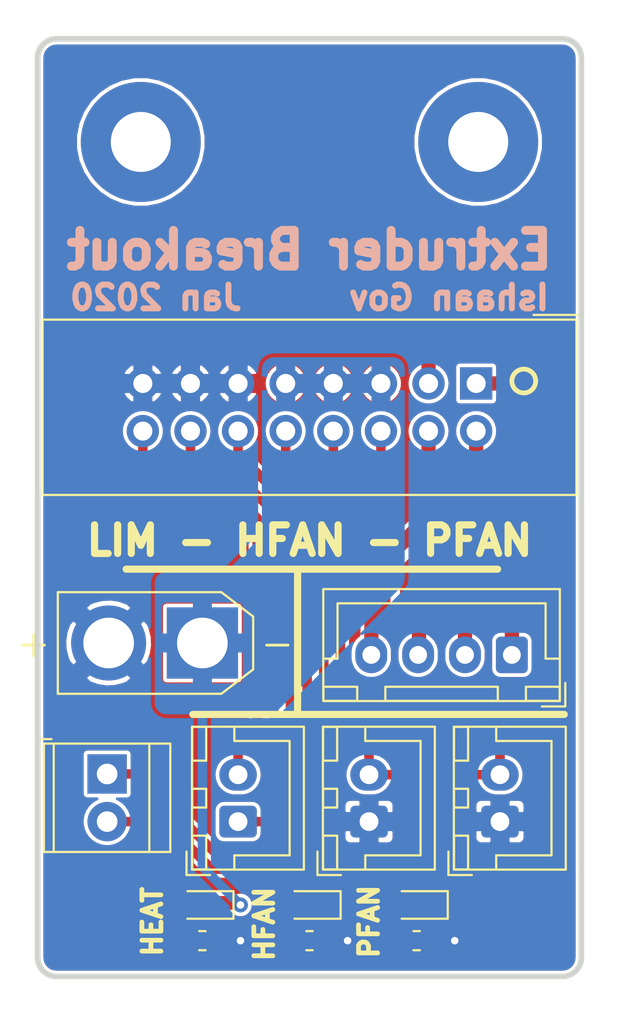
<source format=kicad_pcb>
(kicad_pcb (version 20171130) (host pcbnew "(5.1.4)-1")

  (general
    (thickness 1.6)
    (drawings 18)
    (tracks 99)
    (zones 0)
    (modules 15)
    (nets 16)
  )

  (page A4)
  (layers
    (0 F.Cu signal)
    (31 B.Cu signal)
    (32 B.Adhes user)
    (33 F.Adhes user)
    (34 B.Paste user)
    (35 F.Paste user)
    (36 B.SilkS user)
    (37 F.SilkS user)
    (38 B.Mask user)
    (39 F.Mask user)
    (40 Dwgs.User user)
    (41 Cmts.User user)
    (42 Eco1.User user)
    (43 Eco2.User user)
    (44 Edge.Cuts user)
    (45 Margin user)
    (46 B.CrtYd user)
    (47 F.CrtYd user)
    (48 B.Fab user)
    (49 F.Fab user)
  )

  (setup
    (last_trace_width 0.25)
    (user_trace_width 0.254)
    (user_trace_width 0.3048)
    (user_trace_width 0.381)
    (user_trace_width 0.4572)
    (user_trace_width 0.508)
    (user_trace_width 0.762)
    (user_trace_width 0.889)
    (user_trace_width 1.016)
    (user_trace_width 1.27)
    (trace_clearance 0.2)
    (zone_clearance 0.1524)
    (zone_45_only no)
    (trace_min 0.127)
    (via_size 0.8)
    (via_drill 0.4)
    (via_min_size 0.635)
    (via_min_drill 0.3)
    (uvia_size 0.3)
    (uvia_drill 0.1)
    (uvias_allowed no)
    (uvia_min_size 0.2)
    (uvia_min_drill 0.1)
    (edge_width 0.05)
    (segment_width 0.2)
    (pcb_text_width 0.3)
    (pcb_text_size 1.5 1.5)
    (mod_edge_width 0.12)
    (mod_text_size 1 1)
    (mod_text_width 0.15)
    (pad_size 1.524 1.524)
    (pad_drill 0.762)
    (pad_to_mask_clearance 0.0508)
    (solder_mask_min_width 0.0508)
    (aux_axis_origin 150 100)
    (grid_origin 150 100)
    (visible_elements 7FFFFFFF)
    (pcbplotparams
      (layerselection 0x010fc_ffffffff)
      (usegerberextensions false)
      (usegerberattributes false)
      (usegerberadvancedattributes false)
      (creategerberjobfile false)
      (excludeedgelayer true)
      (linewidth 0.100000)
      (plotframeref false)
      (viasonmask false)
      (mode 1)
      (useauxorigin true)
      (hpglpennumber 1)
      (hpglpenspeed 20)
      (hpglpendiameter 15.000000)
      (psnegative false)
      (psa4output false)
      (plotreference false)
      (plotvalue false)
      (plotinvisibletext false)
      (padsonsilk false)
      (subtractmaskfromsilk true)
      (outputformat 1)
      (mirror false)
      (drillshape 0)
      (scaleselection 1)
      (outputdirectory "Extruder Breakout Gerbers - 3-27-1600/"))
  )

  (net 0 "")
  (net 1 "Net-(D1-Pad2)")
  (net 2 /HFan-)
  (net 3 "Net-(D2-Pad2)")
  (net 4 /Print_Fan-)
  (net 5 "Net-(D3-Pad2)")
  (net 6 /H-)
  (net 7 /Endstop_B)
  (net 8 +12V)
  (net 9 /Endstop_A)
  (net 10 /Therm_B)
  (net 11 /Therm_A)
  (net 12 /EXT_1B)
  (net 13 /EXT_2B)
  (net 14 /EXT_1A)
  (net 15 /EXT_2A)

  (net_class Default "This is the default net class."
    (clearance 0.2)
    (trace_width 0.25)
    (via_dia 0.8)
    (via_drill 0.4)
    (uvia_dia 0.3)
    (uvia_drill 0.1)
    (add_net +12V)
    (add_net /EXT_1A)
    (add_net /EXT_1B)
    (add_net /EXT_2A)
    (add_net /EXT_2B)
    (add_net /Endstop_A)
    (add_net /Endstop_B)
    (add_net /H-)
    (add_net /HFan-)
    (add_net /Print_Fan-)
    (add_net /Therm_A)
    (add_net /Therm_B)
    (add_net "Net-(D1-Pad2)")
    (add_net "Net-(D2-Pad2)")
    (add_net "Net-(D3-Pad2)")
  )

  (module MountingHole:MountingHole_3.2mm_M3_Pad (layer F.Cu) (tedit 56D1B4CB) (tstamp 5E300B74)
    (at 159 55.5)
    (descr "Mounting Hole 3.2mm, M3")
    (tags "mounting hole 3.2mm m3")
    (path /5E315182)
    (attr virtual)
    (fp_text reference H2 (at 0 -4.2) (layer F.SilkS) hide
      (effects (font (size 1 1) (thickness 0.15)))
    )
    (fp_text value MountingHole (at 0 4.2) (layer F.Fab) hide
      (effects (font (size 1 1) (thickness 0.15)))
    )
    (fp_circle (center 0 0) (end 3.45 0) (layer F.CrtYd) (width 0.05))
    (fp_circle (center 0 0) (end 3.2 0) (layer Cmts.User) (width 0.15))
    (fp_text user %R (at 0.3 0) (layer F.Fab) hide
      (effects (font (size 1 1) (thickness 0.15)))
    )
    (pad 1 thru_hole circle (at 0 0) (size 6.4 6.4) (drill 3.2) (layers *.Cu *.Mask))
  )

  (module MountingHole:MountingHole_3.2mm_M3_Pad (layer F.Cu) (tedit 56D1B4CB) (tstamp 5E300B6C)
    (at 141 55.5)
    (descr "Mounting Hole 3.2mm, M3")
    (tags "mounting hole 3.2mm m3")
    (path /5E314D11)
    (attr virtual)
    (fp_text reference H1 (at 0 -4.2) (layer F.SilkS) hide
      (effects (font (size 1 1) (thickness 0.15)))
    )
    (fp_text value MountingHole (at 0 4.2) (layer F.Fab) hide
      (effects (font (size 1 1) (thickness 0.15)))
    )
    (fp_circle (center 0 0) (end 3.45 0) (layer F.CrtYd) (width 0.05))
    (fp_circle (center 0 0) (end 3.2 0) (layer Cmts.User) (width 0.15))
    (fp_text user %R (at 0.3 0) (layer F.Fab) hide
      (effects (font (size 1 1) (thickness 0.15)))
    )
    (pad 1 thru_hole circle (at 0 0) (size 6.4 6.4) (drill 3.2) (layers *.Cu *.Mask))
  )

  (module Custom-Electromechanical:XT30U-F (layer F.Cu) (tedit 5E2F91F3) (tstamp 5E349AF5)
    (at 144.285 82.22 180)
    (descr "Connector XT30 Vertical Cable Female, https://www.tme.eu/en/Document/3cbfa5cfa544d79584972dd5234a409e/XT30U%20SPEC.pdf")
    (tags "RC Connector XT30")
    (path /5E2F96F9)
    (fp_text reference J1 (at 2.5 -4) (layer F.SilkS) hide
      (effects (font (size 1 1) (thickness 0.15)))
    )
    (fp_text value Conn_XT (at 2.5 4) (layer F.Fab) hide
      (effects (font (size 1 1) (thickness 0.15)))
    )
    (fp_text user - (at -4 0) (layer F.SilkS)
      (effects (font (size 1.5 1.5) (thickness 0.15)))
    )
    (fp_text user + (at 9 0) (layer F.SilkS)
      (effects (font (size 1.5 1.5) (thickness 0.15)))
    )
    (fp_line (start -3.1 1.8) (end -1.4 3.1) (layer F.CrtYd) (width 0.05))
    (fp_line (start -3.1 -1.8) (end -1.4 -3.1) (layer F.CrtYd) (width 0.05))
    (fp_line (start -1.4 3.1) (end 8.1 3.1) (layer F.CrtYd) (width 0.05))
    (fp_line (start -3.1 -1.8) (end -3.1 1.8) (layer F.CrtYd) (width 0.05))
    (fp_line (start 8.1 -3.1) (end 8.1 3.1) (layer F.CrtYd) (width 0.05))
    (fp_line (start -1.4 -3.1) (end 8.1 -3.1) (layer F.CrtYd) (width 0.05))
    (fp_line (start -2.71 -1.41) (end -2.71 1.41) (layer F.SilkS) (width 0.12))
    (fp_line (start -2.71 1.41) (end -1.01 2.71) (layer F.SilkS) (width 0.12))
    (fp_line (start -2.71 -1.41) (end -1.01 -2.71) (layer F.SilkS) (width 0.12))
    (fp_line (start -1.01 2.71) (end 7.71 2.71) (layer F.SilkS) (width 0.12))
    (fp_line (start 7.71 -2.71) (end 7.71 2.71) (layer F.SilkS) (width 0.12))
    (fp_line (start -1.01 -2.71) (end 7.71 -2.71) (layer F.SilkS) (width 0.12))
    (fp_line (start -2.6 1.3) (end -0.9 2.6) (layer F.Fab) (width 0.1))
    (fp_line (start -2.6 -1.3) (end -0.9 -2.6) (layer F.Fab) (width 0.1))
    (fp_line (start -0.9 2.6) (end 7.6 2.6) (layer F.Fab) (width 0.1))
    (fp_line (start -0.9 -2.6) (end 7.6 -2.6) (layer F.Fab) (width 0.1))
    (fp_line (start 7.6 -2.6) (end 7.6 2.6) (layer F.Fab) (width 0.1))
    (fp_line (start -2.6 -1.3) (end -2.6 1.3) (layer F.Fab) (width 0.1))
    (fp_text user %R (at 2.5 0) (layer F.Fab) hide
      (effects (font (size 1 1) (thickness 0.15)))
    )
    (pad + thru_hole circle (at 5 0 180) (size 4 4) (drill 2.7) (layers *.Cu *.Mask)
      (net 8 +12V))
    (pad - thru_hole rect (at 0 0 180) (size 3.8 3.8) (drill 2.7) (layers *.Cu *.Mask)
      (net 6 /H-))
    (model ":CUSTOM_3D:XT30-Female APPROX.stp"
      (offset (xyz 5 0 0))
      (scale (xyz 1 1 1))
      (rotate (xyz 0 0 -90))
    )
  )

  (module Resistor_SMD:R_0603_1608Metric_Pad1.05x0.95mm_HandSolder (layer F.Cu) (tedit 5B301BBD) (tstamp 5E3023CD)
    (at 144.285 98.095)
    (descr "Resistor SMD 0603 (1608 Metric), square (rectangular) end terminal, IPC_7351 nominal with elongated pad for handsoldering. (Body size source: http://www.tortai-tech.com/upload/download/2011102023233369053.pdf), generated with kicad-footprint-generator")
    (tags "resistor handsolder")
    (path /5E2FA5DF)
    (attr smd)
    (fp_text reference R3 (at 0 -1.43) (layer F.SilkS) hide
      (effects (font (size 1 1) (thickness 0.15)))
    )
    (fp_text value 2K (at 0 1.43) (layer F.Fab) hide
      (effects (font (size 1 1) (thickness 0.15)))
    )
    (fp_text user %R (at 0 0) (layer F.Fab) hide
      (effects (font (size 0.4 0.4) (thickness 0.06)))
    )
    (fp_line (start 1.65 0.73) (end -1.65 0.73) (layer F.CrtYd) (width 0.05))
    (fp_line (start 1.65 -0.73) (end 1.65 0.73) (layer F.CrtYd) (width 0.05))
    (fp_line (start -1.65 -0.73) (end 1.65 -0.73) (layer F.CrtYd) (width 0.05))
    (fp_line (start -1.65 0.73) (end -1.65 -0.73) (layer F.CrtYd) (width 0.05))
    (fp_line (start -0.171267 0.51) (end 0.171267 0.51) (layer F.SilkS) (width 0.12))
    (fp_line (start -0.171267 -0.51) (end 0.171267 -0.51) (layer F.SilkS) (width 0.12))
    (fp_line (start 0.8 0.4) (end -0.8 0.4) (layer F.Fab) (width 0.1))
    (fp_line (start 0.8 -0.4) (end 0.8 0.4) (layer F.Fab) (width 0.1))
    (fp_line (start -0.8 -0.4) (end 0.8 -0.4) (layer F.Fab) (width 0.1))
    (fp_line (start -0.8 0.4) (end -0.8 -0.4) (layer F.Fab) (width 0.1))
    (pad 2 smd roundrect (at 0.875 0) (size 1.05 0.95) (layers F.Cu F.Paste F.Mask) (roundrect_rratio 0.25)
      (net 8 +12V))
    (pad 1 smd roundrect (at -0.875 0) (size 1.05 0.95) (layers F.Cu F.Paste F.Mask) (roundrect_rratio 0.25)
      (net 5 "Net-(D3-Pad2)"))
    (model ${KISYS3DMOD}/Resistor_SMD.3dshapes/R_0603_1608Metric.wrl
      (at (xyz 0 0 0))
      (scale (xyz 1 1 1))
      (rotate (xyz 0 0 0))
    )
  )

  (module Resistor_SMD:R_0603_1608Metric_Pad1.05x0.95mm_HandSolder (layer F.Cu) (tedit 5B301BBD) (tstamp 5E346D13)
    (at 155.715 98.095)
    (descr "Resistor SMD 0603 (1608 Metric), square (rectangular) end terminal, IPC_7351 nominal with elongated pad for handsoldering. (Body size source: http://www.tortai-tech.com/upload/download/2011102023233369053.pdf), generated with kicad-footprint-generator")
    (tags "resistor handsolder")
    (path /5E2F9CF1)
    (attr smd)
    (fp_text reference R2 (at 0 -1.43 90) (layer F.SilkS) hide
      (effects (font (size 1 1) (thickness 0.15)))
    )
    (fp_text value 2K (at 0 1.43) (layer F.Fab) hide
      (effects (font (size 1 1) (thickness 0.15)))
    )
    (fp_text user %R (at 0 0) (layer F.Fab) hide
      (effects (font (size 0.4 0.4) (thickness 0.06)))
    )
    (fp_line (start 1.65 0.73) (end -1.65 0.73) (layer F.CrtYd) (width 0.05))
    (fp_line (start 1.65 -0.73) (end 1.65 0.73) (layer F.CrtYd) (width 0.05))
    (fp_line (start -1.65 -0.73) (end 1.65 -0.73) (layer F.CrtYd) (width 0.05))
    (fp_line (start -1.65 0.73) (end -1.65 -0.73) (layer F.CrtYd) (width 0.05))
    (fp_line (start -0.171267 0.51) (end 0.171267 0.51) (layer F.SilkS) (width 0.12))
    (fp_line (start -0.171267 -0.51) (end 0.171267 -0.51) (layer F.SilkS) (width 0.12))
    (fp_line (start 0.8 0.4) (end -0.8 0.4) (layer F.Fab) (width 0.1))
    (fp_line (start 0.8 -0.4) (end 0.8 0.4) (layer F.Fab) (width 0.1))
    (fp_line (start -0.8 -0.4) (end 0.8 -0.4) (layer F.Fab) (width 0.1))
    (fp_line (start -0.8 0.4) (end -0.8 -0.4) (layer F.Fab) (width 0.1))
    (pad 2 smd roundrect (at 0.875 0) (size 1.05 0.95) (layers F.Cu F.Paste F.Mask) (roundrect_rratio 0.25)
      (net 8 +12V))
    (pad 1 smd roundrect (at -0.875 0) (size 1.05 0.95) (layers F.Cu F.Paste F.Mask) (roundrect_rratio 0.25)
      (net 3 "Net-(D2-Pad2)"))
    (model ${KISYS3DMOD}/Resistor_SMD.3dshapes/R_0603_1608Metric.wrl
      (at (xyz 0 0 0))
      (scale (xyz 1 1 1))
      (rotate (xyz 0 0 0))
    )
  )

  (module Resistor_SMD:R_0603_1608Metric_Pad1.05x0.95mm_HandSolder (layer F.Cu) (tedit 5B301BBD) (tstamp 5E346BF5)
    (at 150 98.095)
    (descr "Resistor SMD 0603 (1608 Metric), square (rectangular) end terminal, IPC_7351 nominal with elongated pad for handsoldering. (Body size source: http://www.tortai-tech.com/upload/download/2011102023233369053.pdf), generated with kicad-footprint-generator")
    (tags "resistor handsolder")
    (path /5E2FAA11)
    (attr smd)
    (fp_text reference R1 (at 0 -1.43) (layer F.SilkS) hide
      (effects (font (size 1 1) (thickness 0.15)))
    )
    (fp_text value 2K (at 0 1.43) (layer F.Fab) hide
      (effects (font (size 1 1) (thickness 0.15)))
    )
    (fp_text user %R (at 0 0) (layer F.Fab) hide
      (effects (font (size 0.4 0.4) (thickness 0.06)))
    )
    (fp_line (start 1.65 0.73) (end -1.65 0.73) (layer F.CrtYd) (width 0.05))
    (fp_line (start 1.65 -0.73) (end 1.65 0.73) (layer F.CrtYd) (width 0.05))
    (fp_line (start -1.65 -0.73) (end 1.65 -0.73) (layer F.CrtYd) (width 0.05))
    (fp_line (start -1.65 0.73) (end -1.65 -0.73) (layer F.CrtYd) (width 0.05))
    (fp_line (start -0.171267 0.51) (end 0.171267 0.51) (layer F.SilkS) (width 0.12))
    (fp_line (start -0.171267 -0.51) (end 0.171267 -0.51) (layer F.SilkS) (width 0.12))
    (fp_line (start 0.8 0.4) (end -0.8 0.4) (layer F.Fab) (width 0.1))
    (fp_line (start 0.8 -0.4) (end 0.8 0.4) (layer F.Fab) (width 0.1))
    (fp_line (start -0.8 -0.4) (end 0.8 -0.4) (layer F.Fab) (width 0.1))
    (fp_line (start -0.8 0.4) (end -0.8 -0.4) (layer F.Fab) (width 0.1))
    (pad 2 smd roundrect (at 0.875 0) (size 1.05 0.95) (layers F.Cu F.Paste F.Mask) (roundrect_rratio 0.25)
      (net 8 +12V))
    (pad 1 smd roundrect (at -0.875 0) (size 1.05 0.95) (layers F.Cu F.Paste F.Mask) (roundrect_rratio 0.25)
      (net 1 "Net-(D1-Pad2)"))
    (model ${KISYS3DMOD}/Resistor_SMD.3dshapes/R_0603_1608Metric.wrl
      (at (xyz 0 0 0))
      (scale (xyz 1 1 1))
      (rotate (xyz 0 0 0))
    )
  )

  (module Connector_JST:JST_XH_B2B-XH-A_1x02_P2.50mm_Vertical (layer F.Cu) (tedit 5C28146C) (tstamp 5E349A8B)
    (at 153.175 91.745 90)
    (descr "JST XH series connector, B2B-XH-A (http://www.jst-mfg.com/product/pdf/eng/eXH.pdf), generated with kicad-footprint-generator")
    (tags "connector JST XH vertical")
    (path /5E304499)
    (fp_text reference J7 (at 1.25 -3.55 90) (layer F.SilkS) hide
      (effects (font (size 1 1) (thickness 0.15)))
    )
    (fp_text value Conn_01x02 (at 1.25 4.6 90) (layer F.Fab) hide
      (effects (font (size 1 1) (thickness 0.15)))
    )
    (fp_text user %R (at 1.25 2.7 90) (layer F.Fab) hide
      (effects (font (size 1 1) (thickness 0.15)))
    )
    (fp_line (start -2.85 -2.75) (end -2.85 -1.5) (layer F.SilkS) (width 0.12))
    (fp_line (start -1.6 -2.75) (end -2.85 -2.75) (layer F.SilkS) (width 0.12))
    (fp_line (start 4.3 2.75) (end 1.25 2.75) (layer F.SilkS) (width 0.12))
    (fp_line (start 4.3 -0.2) (end 4.3 2.75) (layer F.SilkS) (width 0.12))
    (fp_line (start 5.05 -0.2) (end 4.3 -0.2) (layer F.SilkS) (width 0.12))
    (fp_line (start -1.8 2.75) (end 1.25 2.75) (layer F.SilkS) (width 0.12))
    (fp_line (start -1.8 -0.2) (end -1.8 2.75) (layer F.SilkS) (width 0.12))
    (fp_line (start -2.55 -0.2) (end -1.8 -0.2) (layer F.SilkS) (width 0.12))
    (fp_line (start 5.05 -2.45) (end 3.25 -2.45) (layer F.SilkS) (width 0.12))
    (fp_line (start 5.05 -1.7) (end 5.05 -2.45) (layer F.SilkS) (width 0.12))
    (fp_line (start 3.25 -1.7) (end 5.05 -1.7) (layer F.SilkS) (width 0.12))
    (fp_line (start 3.25 -2.45) (end 3.25 -1.7) (layer F.SilkS) (width 0.12))
    (fp_line (start -0.75 -2.45) (end -2.55 -2.45) (layer F.SilkS) (width 0.12))
    (fp_line (start -0.75 -1.7) (end -0.75 -2.45) (layer F.SilkS) (width 0.12))
    (fp_line (start -2.55 -1.7) (end -0.75 -1.7) (layer F.SilkS) (width 0.12))
    (fp_line (start -2.55 -2.45) (end -2.55 -1.7) (layer F.SilkS) (width 0.12))
    (fp_line (start 1.75 -2.45) (end 0.75 -2.45) (layer F.SilkS) (width 0.12))
    (fp_line (start 1.75 -1.7) (end 1.75 -2.45) (layer F.SilkS) (width 0.12))
    (fp_line (start 0.75 -1.7) (end 1.75 -1.7) (layer F.SilkS) (width 0.12))
    (fp_line (start 0.75 -2.45) (end 0.75 -1.7) (layer F.SilkS) (width 0.12))
    (fp_line (start 0 -1.35) (end 0.625 -2.35) (layer F.Fab) (width 0.1))
    (fp_line (start -0.625 -2.35) (end 0 -1.35) (layer F.Fab) (width 0.1))
    (fp_line (start 5.45 -2.85) (end -2.95 -2.85) (layer F.CrtYd) (width 0.05))
    (fp_line (start 5.45 3.9) (end 5.45 -2.85) (layer F.CrtYd) (width 0.05))
    (fp_line (start -2.95 3.9) (end 5.45 3.9) (layer F.CrtYd) (width 0.05))
    (fp_line (start -2.95 -2.85) (end -2.95 3.9) (layer F.CrtYd) (width 0.05))
    (fp_line (start 5.06 -2.46) (end -2.56 -2.46) (layer F.SilkS) (width 0.12))
    (fp_line (start 5.06 3.51) (end 5.06 -2.46) (layer F.SilkS) (width 0.12))
    (fp_line (start -2.56 3.51) (end 5.06 3.51) (layer F.SilkS) (width 0.12))
    (fp_line (start -2.56 -2.46) (end -2.56 3.51) (layer F.SilkS) (width 0.12))
    (fp_line (start 4.95 -2.35) (end -2.45 -2.35) (layer F.Fab) (width 0.1))
    (fp_line (start 4.95 3.4) (end 4.95 -2.35) (layer F.Fab) (width 0.1))
    (fp_line (start -2.45 3.4) (end 4.95 3.4) (layer F.Fab) (width 0.1))
    (fp_line (start -2.45 -2.35) (end -2.45 3.4) (layer F.Fab) (width 0.1))
    (pad 2 thru_hole oval (at 2.5 0 90) (size 1.7 2) (drill 1) (layers *.Cu *.Mask)
      (net 2 /HFan-))
    (pad 1 thru_hole roundrect (at 0 0 90) (size 1.7 2) (drill 1) (layers *.Cu *.Mask) (roundrect_rratio 0.147059)
      (net 8 +12V))
    (model ${KISYS3DMOD}/Connector_JST.3dshapes/JST_XH_B2B-XH-A_1x02_P2.50mm_Vertical.wrl
      (at (xyz 0 0 0))
      (scale (xyz 1 1 1))
      (rotate (xyz 0 0 0))
    )
  )

  (module Connector_JST:JST_XH_B2B-XH-A_1x02_P2.50mm_Vertical (layer F.Cu) (tedit 5C28146C) (tstamp 5E34991D)
    (at 160.16 91.745 90)
    (descr "JST XH series connector, B2B-XH-A (http://www.jst-mfg.com/product/pdf/eng/eXH.pdf), generated with kicad-footprint-generator")
    (tags "connector JST XH vertical")
    (path /5E303B8A)
    (fp_text reference J6 (at 1.25 -3.55 90) (layer F.SilkS) hide
      (effects (font (size 1 1) (thickness 0.15)))
    )
    (fp_text value Conn_01x02 (at 1.25 4.6 90) (layer F.Fab) hide
      (effects (font (size 1 1) (thickness 0.15)))
    )
    (fp_text user %R (at 1.25 2.7 90) (layer F.Fab) hide
      (effects (font (size 1 1) (thickness 0.15)))
    )
    (fp_line (start -2.85 -2.75) (end -2.85 -1.5) (layer F.SilkS) (width 0.12))
    (fp_line (start -1.6 -2.75) (end -2.85 -2.75) (layer F.SilkS) (width 0.12))
    (fp_line (start 4.3 2.75) (end 1.25 2.75) (layer F.SilkS) (width 0.12))
    (fp_line (start 4.3 -0.2) (end 4.3 2.75) (layer F.SilkS) (width 0.12))
    (fp_line (start 5.05 -0.2) (end 4.3 -0.2) (layer F.SilkS) (width 0.12))
    (fp_line (start -1.8 2.75) (end 1.25 2.75) (layer F.SilkS) (width 0.12))
    (fp_line (start -1.8 -0.2) (end -1.8 2.75) (layer F.SilkS) (width 0.12))
    (fp_line (start -2.55 -0.2) (end -1.8 -0.2) (layer F.SilkS) (width 0.12))
    (fp_line (start 5.05 -2.45) (end 3.25 -2.45) (layer F.SilkS) (width 0.12))
    (fp_line (start 5.05 -1.7) (end 5.05 -2.45) (layer F.SilkS) (width 0.12))
    (fp_line (start 3.25 -1.7) (end 5.05 -1.7) (layer F.SilkS) (width 0.12))
    (fp_line (start 3.25 -2.45) (end 3.25 -1.7) (layer F.SilkS) (width 0.12))
    (fp_line (start -0.75 -2.45) (end -2.55 -2.45) (layer F.SilkS) (width 0.12))
    (fp_line (start -0.75 -1.7) (end -0.75 -2.45) (layer F.SilkS) (width 0.12))
    (fp_line (start -2.55 -1.7) (end -0.75 -1.7) (layer F.SilkS) (width 0.12))
    (fp_line (start -2.55 -2.45) (end -2.55 -1.7) (layer F.SilkS) (width 0.12))
    (fp_line (start 1.75 -2.45) (end 0.75 -2.45) (layer F.SilkS) (width 0.12))
    (fp_line (start 1.75 -1.7) (end 1.75 -2.45) (layer F.SilkS) (width 0.12))
    (fp_line (start 0.75 -1.7) (end 1.75 -1.7) (layer F.SilkS) (width 0.12))
    (fp_line (start 0.75 -2.45) (end 0.75 -1.7) (layer F.SilkS) (width 0.12))
    (fp_line (start 0 -1.35) (end 0.625 -2.35) (layer F.Fab) (width 0.1))
    (fp_line (start -0.625 -2.35) (end 0 -1.35) (layer F.Fab) (width 0.1))
    (fp_line (start 5.45 -2.85) (end -2.95 -2.85) (layer F.CrtYd) (width 0.05))
    (fp_line (start 5.45 3.9) (end 5.45 -2.85) (layer F.CrtYd) (width 0.05))
    (fp_line (start -2.95 3.9) (end 5.45 3.9) (layer F.CrtYd) (width 0.05))
    (fp_line (start -2.95 -2.85) (end -2.95 3.9) (layer F.CrtYd) (width 0.05))
    (fp_line (start 5.06 -2.46) (end -2.56 -2.46) (layer F.SilkS) (width 0.12))
    (fp_line (start 5.06 3.51) (end 5.06 -2.46) (layer F.SilkS) (width 0.12))
    (fp_line (start -2.56 3.51) (end 5.06 3.51) (layer F.SilkS) (width 0.12))
    (fp_line (start -2.56 -2.46) (end -2.56 3.51) (layer F.SilkS) (width 0.12))
    (fp_line (start 4.95 -2.35) (end -2.45 -2.35) (layer F.Fab) (width 0.1))
    (fp_line (start 4.95 3.4) (end 4.95 -2.35) (layer F.Fab) (width 0.1))
    (fp_line (start -2.45 3.4) (end 4.95 3.4) (layer F.Fab) (width 0.1))
    (fp_line (start -2.45 -2.35) (end -2.45 3.4) (layer F.Fab) (width 0.1))
    (pad 2 thru_hole oval (at 2.5 0 90) (size 1.7 2) (drill 1) (layers *.Cu *.Mask)
      (net 4 /Print_Fan-))
    (pad 1 thru_hole roundrect (at 0 0 90) (size 1.7 2) (drill 1) (layers *.Cu *.Mask) (roundrect_rratio 0.147059)
      (net 8 +12V))
    (model ${KISYS3DMOD}/Connector_JST.3dshapes/JST_XH_B2B-XH-A_1x02_P2.50mm_Vertical.wrl
      (at (xyz 0 0 0))
      (scale (xyz 1 1 1))
      (rotate (xyz 0 0 0))
    )
  )

  (module Connector_JST:JST_XH_B2B-XH-A_1x02_P2.50mm_Vertical (layer F.Cu) (tedit 5C28146C) (tstamp 5E349A13)
    (at 146.19 91.745 90)
    (descr "JST XH series connector, B2B-XH-A (http://www.jst-mfg.com/product/pdf/eng/eXH.pdf), generated with kicad-footprint-generator")
    (tags "connector JST XH vertical")
    (path /5E2FE2AB)
    (fp_text reference J5 (at 1.25 -3.55 90) (layer F.SilkS) hide
      (effects (font (size 1 1) (thickness 0.15)))
    )
    (fp_text value Conn_01x02 (at 1.25 4.6 90) (layer F.Fab) hide
      (effects (font (size 1 1) (thickness 0.15)))
    )
    (fp_text user %R (at 1.25 2.7 90) (layer F.Fab) hide
      (effects (font (size 1 1) (thickness 0.15)))
    )
    (fp_line (start -2.85 -2.75) (end -2.85 -1.5) (layer F.SilkS) (width 0.12))
    (fp_line (start -1.6 -2.75) (end -2.85 -2.75) (layer F.SilkS) (width 0.12))
    (fp_line (start 4.3 2.75) (end 1.25 2.75) (layer F.SilkS) (width 0.12))
    (fp_line (start 4.3 -0.2) (end 4.3 2.75) (layer F.SilkS) (width 0.12))
    (fp_line (start 5.05 -0.2) (end 4.3 -0.2) (layer F.SilkS) (width 0.12))
    (fp_line (start -1.8 2.75) (end 1.25 2.75) (layer F.SilkS) (width 0.12))
    (fp_line (start -1.8 -0.2) (end -1.8 2.75) (layer F.SilkS) (width 0.12))
    (fp_line (start -2.55 -0.2) (end -1.8 -0.2) (layer F.SilkS) (width 0.12))
    (fp_line (start 5.05 -2.45) (end 3.25 -2.45) (layer F.SilkS) (width 0.12))
    (fp_line (start 5.05 -1.7) (end 5.05 -2.45) (layer F.SilkS) (width 0.12))
    (fp_line (start 3.25 -1.7) (end 5.05 -1.7) (layer F.SilkS) (width 0.12))
    (fp_line (start 3.25 -2.45) (end 3.25 -1.7) (layer F.SilkS) (width 0.12))
    (fp_line (start -0.75 -2.45) (end -2.55 -2.45) (layer F.SilkS) (width 0.12))
    (fp_line (start -0.75 -1.7) (end -0.75 -2.45) (layer F.SilkS) (width 0.12))
    (fp_line (start -2.55 -1.7) (end -0.75 -1.7) (layer F.SilkS) (width 0.12))
    (fp_line (start -2.55 -2.45) (end -2.55 -1.7) (layer F.SilkS) (width 0.12))
    (fp_line (start 1.75 -2.45) (end 0.75 -2.45) (layer F.SilkS) (width 0.12))
    (fp_line (start 1.75 -1.7) (end 1.75 -2.45) (layer F.SilkS) (width 0.12))
    (fp_line (start 0.75 -1.7) (end 1.75 -1.7) (layer F.SilkS) (width 0.12))
    (fp_line (start 0.75 -2.45) (end 0.75 -1.7) (layer F.SilkS) (width 0.12))
    (fp_line (start 0 -1.35) (end 0.625 -2.35) (layer F.Fab) (width 0.1))
    (fp_line (start -0.625 -2.35) (end 0 -1.35) (layer F.Fab) (width 0.1))
    (fp_line (start 5.45 -2.85) (end -2.95 -2.85) (layer F.CrtYd) (width 0.05))
    (fp_line (start 5.45 3.9) (end 5.45 -2.85) (layer F.CrtYd) (width 0.05))
    (fp_line (start -2.95 3.9) (end 5.45 3.9) (layer F.CrtYd) (width 0.05))
    (fp_line (start -2.95 -2.85) (end -2.95 3.9) (layer F.CrtYd) (width 0.05))
    (fp_line (start 5.06 -2.46) (end -2.56 -2.46) (layer F.SilkS) (width 0.12))
    (fp_line (start 5.06 3.51) (end 5.06 -2.46) (layer F.SilkS) (width 0.12))
    (fp_line (start -2.56 3.51) (end 5.06 3.51) (layer F.SilkS) (width 0.12))
    (fp_line (start -2.56 -2.46) (end -2.56 3.51) (layer F.SilkS) (width 0.12))
    (fp_line (start 4.95 -2.35) (end -2.45 -2.35) (layer F.Fab) (width 0.1))
    (fp_line (start 4.95 3.4) (end 4.95 -2.35) (layer F.Fab) (width 0.1))
    (fp_line (start -2.45 3.4) (end 4.95 3.4) (layer F.Fab) (width 0.1))
    (fp_line (start -2.45 -2.35) (end -2.45 3.4) (layer F.Fab) (width 0.1))
    (pad 2 thru_hole oval (at 2.5 0 90) (size 1.7 2) (drill 1) (layers *.Cu *.Mask)
      (net 7 /Endstop_B))
    (pad 1 thru_hole roundrect (at 0 0 90) (size 1.7 2) (drill 1) (layers *.Cu *.Mask) (roundrect_rratio 0.147059)
      (net 9 /Endstop_A))
    (model ${KISYS3DMOD}/Connector_JST.3dshapes/JST_XH_B2B-XH-A_1x02_P2.50mm_Vertical.wrl
      (at (xyz 0 0 0))
      (scale (xyz 1 1 1))
      (rotate (xyz 0 0 0))
    )
  )

  (module Connector_JST:JST_XH_B4B-XH-A_1x04_P2.50mm_Vertical (layer F.Cu) (tedit 5C28146C) (tstamp 5E349997)
    (at 160.795 82.855 180)
    (descr "JST XH series connector, B4B-XH-A (http://www.jst-mfg.com/product/pdf/eng/eXH.pdf), generated with kicad-footprint-generator")
    (tags "connector JST XH vertical")
    (path /5E2F6750)
    (fp_text reference J4 (at 3.75 -3.55) (layer F.SilkS) hide
      (effects (font (size 1 1) (thickness 0.15)))
    )
    (fp_text value Conn_01x04 (at 3.75 4.6) (layer F.Fab) hide
      (effects (font (size 1 1) (thickness 0.15)))
    )
    (fp_text user %R (at 3.75 2.7) (layer F.Fab) hide
      (effects (font (size 1 1) (thickness 0.15)))
    )
    (fp_line (start -2.85 -2.75) (end -2.85 -1.5) (layer F.SilkS) (width 0.12))
    (fp_line (start -1.6 -2.75) (end -2.85 -2.75) (layer F.SilkS) (width 0.12))
    (fp_line (start 9.3 2.75) (end 3.75 2.75) (layer F.SilkS) (width 0.12))
    (fp_line (start 9.3 -0.2) (end 9.3 2.75) (layer F.SilkS) (width 0.12))
    (fp_line (start 10.05 -0.2) (end 9.3 -0.2) (layer F.SilkS) (width 0.12))
    (fp_line (start -1.8 2.75) (end 3.75 2.75) (layer F.SilkS) (width 0.12))
    (fp_line (start -1.8 -0.2) (end -1.8 2.75) (layer F.SilkS) (width 0.12))
    (fp_line (start -2.55 -0.2) (end -1.8 -0.2) (layer F.SilkS) (width 0.12))
    (fp_line (start 10.05 -2.45) (end 8.25 -2.45) (layer F.SilkS) (width 0.12))
    (fp_line (start 10.05 -1.7) (end 10.05 -2.45) (layer F.SilkS) (width 0.12))
    (fp_line (start 8.25 -1.7) (end 10.05 -1.7) (layer F.SilkS) (width 0.12))
    (fp_line (start 8.25 -2.45) (end 8.25 -1.7) (layer F.SilkS) (width 0.12))
    (fp_line (start -0.75 -2.45) (end -2.55 -2.45) (layer F.SilkS) (width 0.12))
    (fp_line (start -0.75 -1.7) (end -0.75 -2.45) (layer F.SilkS) (width 0.12))
    (fp_line (start -2.55 -1.7) (end -0.75 -1.7) (layer F.SilkS) (width 0.12))
    (fp_line (start -2.55 -2.45) (end -2.55 -1.7) (layer F.SilkS) (width 0.12))
    (fp_line (start 6.75 -2.45) (end 0.75 -2.45) (layer F.SilkS) (width 0.12))
    (fp_line (start 6.75 -1.7) (end 6.75 -2.45) (layer F.SilkS) (width 0.12))
    (fp_line (start 0.75 -1.7) (end 6.75 -1.7) (layer F.SilkS) (width 0.12))
    (fp_line (start 0.75 -2.45) (end 0.75 -1.7) (layer F.SilkS) (width 0.12))
    (fp_line (start 0 -1.35) (end 0.625 -2.35) (layer F.Fab) (width 0.1))
    (fp_line (start -0.625 -2.35) (end 0 -1.35) (layer F.Fab) (width 0.1))
    (fp_line (start 10.45 -2.85) (end -2.95 -2.85) (layer F.CrtYd) (width 0.05))
    (fp_line (start 10.45 3.9) (end 10.45 -2.85) (layer F.CrtYd) (width 0.05))
    (fp_line (start -2.95 3.9) (end 10.45 3.9) (layer F.CrtYd) (width 0.05))
    (fp_line (start -2.95 -2.85) (end -2.95 3.9) (layer F.CrtYd) (width 0.05))
    (fp_line (start 10.06 -2.46) (end -2.56 -2.46) (layer F.SilkS) (width 0.12))
    (fp_line (start 10.06 3.51) (end 10.06 -2.46) (layer F.SilkS) (width 0.12))
    (fp_line (start -2.56 3.51) (end 10.06 3.51) (layer F.SilkS) (width 0.12))
    (fp_line (start -2.56 -2.46) (end -2.56 3.51) (layer F.SilkS) (width 0.12))
    (fp_line (start 9.95 -2.35) (end -2.45 -2.35) (layer F.Fab) (width 0.1))
    (fp_line (start 9.95 3.4) (end 9.95 -2.35) (layer F.Fab) (width 0.1))
    (fp_line (start -2.45 3.4) (end 9.95 3.4) (layer F.Fab) (width 0.1))
    (fp_line (start -2.45 -2.35) (end -2.45 3.4) (layer F.Fab) (width 0.1))
    (pad 4 thru_hole oval (at 7.5 0 180) (size 1.7 1.95) (drill 0.95) (layers *.Cu *.Mask)
      (net 12 /EXT_1B))
    (pad 3 thru_hole oval (at 5 0 180) (size 1.7 1.95) (drill 0.95) (layers *.Cu *.Mask)
      (net 14 /EXT_1A))
    (pad 2 thru_hole oval (at 2.5 0 180) (size 1.7 1.95) (drill 0.95) (layers *.Cu *.Mask)
      (net 15 /EXT_2A))
    (pad 1 thru_hole roundrect (at 0 0 180) (size 1.7 1.95) (drill 0.95) (layers *.Cu *.Mask) (roundrect_rratio 0.147059)
      (net 13 /EXT_2B))
    (model ${KISYS3DMOD}/Connector_JST.3dshapes/JST_XH_B4B-XH-A_1x04_P2.50mm_Vertical.wrl
      (at (xyz 0 0 0))
      (scale (xyz 1 1 1))
      (rotate (xyz 0 0 0))
    )
  )

  (module Custom-Electromechanical:TerminalBlock_TE_2.54mmx02 (layer F.Cu) (tedit 5E2F8CB2) (tstamp 5E349B48)
    (at 139.205 89.205 270)
    (descr "Terminal Block TE 282834-2, 2 pins, pitch 2.54mm, size 5.54x6.5mm^2, drill diamater 1.1mm, pad diameter 2.1mm, see http://www.te.com/commerce/DocumentDelivery/DDEController?Action=showdoc&DocId=Customer+Drawing%7F282834%7FC1%7Fpdf%7FEnglish%7FENG_CD_282834_C1.pdf, script-generated using https://github.com/pointhi/kicad-footprint-generator/scripts/TerminalBlock_TE-Connectivity")
    (tags "THT Terminal Block TE 282834-2 pitch 2.54mm size 5.54x6.5mm^2 drill 1.1mm pad 2.1mm")
    (path /5E3001E9)
    (fp_text reference J3 (at 1.27 -4.37 90) (layer F.SilkS) hide
      (effects (font (size 1 1) (thickness 0.15)))
    )
    (fp_text value Screw_Terminal_01x02 (at 1.27 4.37 90) (layer F.Fab) hide
      (effects (font (size 1 1) (thickness 0.15)))
    )
    (fp_text user %R (at 1.27 2 90) (layer F.Fab) hide
      (effects (font (size 1 1) (thickness 0.15)))
    )
    (fp_line (start 4.54 -3.75) (end -2 -3.75) (layer F.CrtYd) (width 0.05))
    (fp_line (start 4.54 3.75) (end 4.54 -3.75) (layer F.CrtYd) (width 0.05))
    (fp_line (start -2 3.75) (end 4.54 3.75) (layer F.CrtYd) (width 0.05))
    (fp_line (start -2 -3.75) (end -2 3.75) (layer F.CrtYd) (width 0.05))
    (fp_line (start -1.86 3.61) (end -1.46 3.61) (layer F.SilkS) (width 0.12))
    (fp_line (start -1.86 2.97) (end -1.86 3.61) (layer F.SilkS) (width 0.12))
    (fp_line (start 3.241 -0.835) (end 1.706 0.7) (layer F.Fab) (width 0.1))
    (fp_line (start 3.375 -0.7) (end 1.84 0.835) (layer F.Fab) (width 0.1))
    (fp_line (start 0.701 -0.835) (end -0.835 0.7) (layer F.Fab) (width 0.1))
    (fp_line (start 0.835 -0.7) (end -0.701 0.835) (layer F.Fab) (width 0.1))
    (fp_line (start 4.16 -3.37) (end 4.16 3.37) (layer F.SilkS) (width 0.12))
    (fp_line (start -1.62 -3.37) (end -1.62 3.37) (layer F.SilkS) (width 0.12))
    (fp_line (start -1.62 3.37) (end 4.16 3.37) (layer F.SilkS) (width 0.12))
    (fp_line (start -1.62 -3.37) (end 4.16 -3.37) (layer F.SilkS) (width 0.12))
    (fp_line (start -1.62 -2.25) (end 4.16 -2.25) (layer F.SilkS) (width 0.12))
    (fp_line (start -1.5 -2.25) (end 4.04 -2.25) (layer F.Fab) (width 0.1))
    (fp_line (start -1.62 2.85) (end 4.16 2.85) (layer F.SilkS) (width 0.12))
    (fp_line (start -1.5 2.85) (end 4.04 2.85) (layer F.Fab) (width 0.1))
    (fp_line (start -1.5 2.85) (end -1.5 -3.25) (layer F.Fab) (width 0.1))
    (fp_line (start -1.1 3.25) (end -1.5 2.85) (layer F.Fab) (width 0.1))
    (fp_line (start 4.04 3.25) (end -1.1 3.25) (layer F.Fab) (width 0.1))
    (fp_line (start 4.04 -3.25) (end 4.04 3.25) (layer F.Fab) (width 0.1))
    (fp_line (start -1.5 -3.25) (end 4.04 -3.25) (layer F.Fab) (width 0.1))
    (fp_circle (center 2.54 0) (end 3.64 0) (layer F.Fab) (width 0.1))
    (fp_circle (center 0 0) (end 1.1 0) (layer F.Fab) (width 0.1))
    (pad 2 thru_hole circle (at 2.54 0 270) (size 2.1 2.1) (drill 1.1) (layers *.Cu *.Mask)
      (net 11 /Therm_A))
    (pad 1 thru_hole rect (at 0 0 270) (size 2.1 2.1) (drill 1.1) (layers *.Cu *.Mask)
      (net 10 /Therm_B))
    (model :CUSTOM_3D:TerminalBlock_TE_254mmx02.stp
      (offset (xyz 1.27 -3.25 3))
      (scale (xyz 1 1 1))
      (rotate (xyz -90 0 0))
    )
  )

  (module Connector_IDC:IDC-Header_2x08_P2.54mm_Vertical (layer F.Cu) (tedit 59DE0341) (tstamp 5E30073B)
    (at 158.89 68.38 270)
    (descr "Through hole straight IDC box header, 2x08, 2.54mm pitch, double rows")
    (tags "Through hole IDC box header THT 2x08 2.54mm double row")
    (path /5E2F3B0F)
    (fp_text reference J2 (at 1.27 -6.604 90) (layer F.SilkS) hide
      (effects (font (size 1 1) (thickness 0.15)))
    )
    (fp_text value Conn_02x08_Odd_Even (at 1.27 24.384 90) (layer F.Fab) hide
      (effects (font (size 1 1) (thickness 0.15)))
    )
    (fp_line (start -3.655 -5.6) (end -1.115 -5.6) (layer F.SilkS) (width 0.12))
    (fp_line (start -3.655 -5.6) (end -3.655 -3.06) (layer F.SilkS) (width 0.12))
    (fp_line (start -3.405 -5.35) (end 5.945 -5.35) (layer F.SilkS) (width 0.12))
    (fp_line (start -3.405 23.13) (end -3.405 -5.35) (layer F.SilkS) (width 0.12))
    (fp_line (start 5.945 23.13) (end -3.405 23.13) (layer F.SilkS) (width 0.12))
    (fp_line (start 5.945 -5.35) (end 5.945 23.13) (layer F.SilkS) (width 0.12))
    (fp_line (start -3.41 -5.35) (end 5.95 -5.35) (layer F.CrtYd) (width 0.05))
    (fp_line (start -3.41 23.13) (end -3.41 -5.35) (layer F.CrtYd) (width 0.05))
    (fp_line (start 5.95 23.13) (end -3.41 23.13) (layer F.CrtYd) (width 0.05))
    (fp_line (start 5.95 -5.35) (end 5.95 23.13) (layer F.CrtYd) (width 0.05))
    (fp_line (start -3.155 22.88) (end -2.605 22.32) (layer F.Fab) (width 0.1))
    (fp_line (start -3.155 -5.1) (end -2.605 -4.56) (layer F.Fab) (width 0.1))
    (fp_line (start 5.695 22.88) (end 5.145 22.32) (layer F.Fab) (width 0.1))
    (fp_line (start 5.695 -5.1) (end 5.145 -4.56) (layer F.Fab) (width 0.1))
    (fp_line (start 5.145 22.32) (end -2.605 22.32) (layer F.Fab) (width 0.1))
    (fp_line (start 5.695 22.88) (end -3.155 22.88) (layer F.Fab) (width 0.1))
    (fp_line (start 5.145 -4.56) (end -2.605 -4.56) (layer F.Fab) (width 0.1))
    (fp_line (start 5.695 -5.1) (end -3.155 -5.1) (layer F.Fab) (width 0.1))
    (fp_line (start -2.605 11.14) (end -3.155 11.14) (layer F.Fab) (width 0.1))
    (fp_line (start -2.605 6.64) (end -3.155 6.64) (layer F.Fab) (width 0.1))
    (fp_line (start -2.605 11.14) (end -2.605 22.32) (layer F.Fab) (width 0.1))
    (fp_line (start -2.605 -4.56) (end -2.605 6.64) (layer F.Fab) (width 0.1))
    (fp_line (start -3.155 -5.1) (end -3.155 22.88) (layer F.Fab) (width 0.1))
    (fp_line (start 5.145 -4.56) (end 5.145 22.32) (layer F.Fab) (width 0.1))
    (fp_line (start 5.695 -5.1) (end 5.695 22.88) (layer F.Fab) (width 0.1))
    (fp_text user %R (at 1.27 8.89 90) (layer F.Fab) hide
      (effects (font (size 1 1) (thickness 0.15)))
    )
    (pad 16 thru_hole oval (at 2.54 17.78 270) (size 1.7272 1.7272) (drill 1.016) (layers *.Cu *.Mask)
      (net 7 /Endstop_B))
    (pad 15 thru_hole oval (at 0 17.78 270) (size 1.7272 1.7272) (drill 1.016) (layers *.Cu *.Mask)
      (net 8 +12V))
    (pad 14 thru_hole oval (at 2.54 15.24 270) (size 1.7272 1.7272) (drill 1.016) (layers *.Cu *.Mask)
      (net 9 /Endstop_A))
    (pad 13 thru_hole oval (at 0 15.24 270) (size 1.7272 1.7272) (drill 1.016) (layers *.Cu *.Mask)
      (net 8 +12V))
    (pad 12 thru_hole oval (at 2.54 12.7 270) (size 1.7272 1.7272) (drill 1.016) (layers *.Cu *.Mask)
      (net 10 /Therm_B))
    (pad 11 thru_hole oval (at 0 12.7 270) (size 1.7272 1.7272) (drill 1.016) (layers *.Cu *.Mask)
      (net 8 +12V))
    (pad 10 thru_hole oval (at 2.54 10.16 270) (size 1.7272 1.7272) (drill 1.016) (layers *.Cu *.Mask)
      (net 11 /Therm_A))
    (pad 9 thru_hole oval (at 0 10.16 270) (size 1.7272 1.7272) (drill 1.016) (layers *.Cu *.Mask)
      (net 6 /H-))
    (pad 8 thru_hole oval (at 2.54 7.62 270) (size 1.7272 1.7272) (drill 1.016) (layers *.Cu *.Mask)
      (net 2 /HFan-))
    (pad 7 thru_hole oval (at 0 7.62 270) (size 1.7272 1.7272) (drill 1.016) (layers *.Cu *.Mask)
      (net 6 /H-))
    (pad 6 thru_hole oval (at 2.54 5.08 270) (size 1.7272 1.7272) (drill 1.016) (layers *.Cu *.Mask)
      (net 4 /Print_Fan-))
    (pad 5 thru_hole oval (at 0 5.08 270) (size 1.7272 1.7272) (drill 1.016) (layers *.Cu *.Mask)
      (net 6 /H-))
    (pad 4 thru_hole oval (at 2.54 2.54 270) (size 1.7272 1.7272) (drill 1.016) (layers *.Cu *.Mask)
      (net 12 /EXT_1B))
    (pad 3 thru_hole oval (at 0 2.54 270) (size 1.7272 1.7272) (drill 1.016) (layers *.Cu *.Mask)
      (net 13 /EXT_2B))
    (pad 2 thru_hole oval (at 2.54 0 270) (size 1.7272 1.7272) (drill 1.016) (layers *.Cu *.Mask)
      (net 14 /EXT_1A))
    (pad 1 thru_hole rect (at 0 0 270) (size 1.7272 1.7272) (drill 1.016) (layers *.Cu *.Mask)
      (net 15 /EXT_2A))
    (model ${KISYS3DMOD}/Connector_IDC.3dshapes/IDC-Header_2x08_P2.54mm_Vertical.wrl
      (at (xyz 0 0 0))
      (scale (xyz 1 1 1))
      (rotate (xyz 0 0 0))
    )
  )

  (module LED_SMD:LED_0603_1608Metric_Pad1.05x0.95mm_HandSolder (layer F.Cu) (tedit 5B4B45C9) (tstamp 5E302201)
    (at 144.285 96.19 180)
    (descr "LED SMD 0603 (1608 Metric), square (rectangular) end terminal, IPC_7351 nominal, (Body size source: http://www.tortai-tech.com/upload/download/2011102023233369053.pdf), generated with kicad-footprint-generator")
    (tags "LED handsolder")
    (path /5E30042B)
    (attr smd)
    (fp_text reference D3 (at 0 -1.43) (layer F.SilkS) hide
      (effects (font (size 1 1) (thickness 0.15)))
    )
    (fp_text value RED (at 0 1.43) (layer F.Fab) hide
      (effects (font (size 1 1) (thickness 0.15)))
    )
    (fp_text user %R (at 0 0) (layer F.Fab) hide
      (effects (font (size 0.4 0.4) (thickness 0.06)))
    )
    (fp_line (start 1.65 0.73) (end -1.65 0.73) (layer F.CrtYd) (width 0.05))
    (fp_line (start 1.65 -0.73) (end 1.65 0.73) (layer F.CrtYd) (width 0.05))
    (fp_line (start -1.65 -0.73) (end 1.65 -0.73) (layer F.CrtYd) (width 0.05))
    (fp_line (start -1.65 0.73) (end -1.65 -0.73) (layer F.CrtYd) (width 0.05))
    (fp_line (start -1.66 0.735) (end 0.8 0.735) (layer F.SilkS) (width 0.12))
    (fp_line (start -1.66 -0.735) (end -1.66 0.735) (layer F.SilkS) (width 0.12))
    (fp_line (start 0.8 -0.735) (end -1.66 -0.735) (layer F.SilkS) (width 0.12))
    (fp_line (start 0.8 0.4) (end 0.8 -0.4) (layer F.Fab) (width 0.1))
    (fp_line (start -0.8 0.4) (end 0.8 0.4) (layer F.Fab) (width 0.1))
    (fp_line (start -0.8 -0.1) (end -0.8 0.4) (layer F.Fab) (width 0.1))
    (fp_line (start -0.5 -0.4) (end -0.8 -0.1) (layer F.Fab) (width 0.1))
    (fp_line (start 0.8 -0.4) (end -0.5 -0.4) (layer F.Fab) (width 0.1))
    (pad 2 smd roundrect (at 0.875 0 180) (size 1.05 0.95) (layers F.Cu F.Paste F.Mask) (roundrect_rratio 0.25)
      (net 5 "Net-(D3-Pad2)"))
    (pad 1 smd roundrect (at -0.875 0 180) (size 1.05 0.95) (layers F.Cu F.Paste F.Mask) (roundrect_rratio 0.25)
      (net 6 /H-))
    (model ${KISYS3DMOD}/LED_SMD.3dshapes/LED_0603_1608Metric.wrl
      (at (xyz 0 0 0))
      (scale (xyz 1 1 1))
      (rotate (xyz 0 0 0))
    )
  )

  (module LED_SMD:LED_0603_1608Metric_Pad1.05x0.95mm_HandSolder (layer F.Cu) (tedit 5B4B45C9) (tstamp 5E346D45)
    (at 155.715 96.19 180)
    (descr "LED SMD 0603 (1608 Metric), square (rectangular) end terminal, IPC_7351 nominal, (Body size source: http://www.tortai-tech.com/upload/download/2011102023233369053.pdf), generated with kicad-footprint-generator")
    (tags "LED handsolder")
    (path /5E30160E)
    (attr smd)
    (fp_text reference D2 (at 0 -1.43 180) (layer F.SilkS) hide
      (effects (font (size 1 1) (thickness 0.15)))
    )
    (fp_text value RED (at 0 1.43) (layer F.Fab) hide
      (effects (font (size 1 1) (thickness 0.15)))
    )
    (fp_text user %R (at 0 0) (layer F.Fab) hide
      (effects (font (size 0.4 0.4) (thickness 0.06)))
    )
    (fp_line (start 1.65 0.73) (end -1.65 0.73) (layer F.CrtYd) (width 0.05))
    (fp_line (start 1.65 -0.73) (end 1.65 0.73) (layer F.CrtYd) (width 0.05))
    (fp_line (start -1.65 -0.73) (end 1.65 -0.73) (layer F.CrtYd) (width 0.05))
    (fp_line (start -1.65 0.73) (end -1.65 -0.73) (layer F.CrtYd) (width 0.05))
    (fp_line (start -1.66 0.735) (end 0.8 0.735) (layer F.SilkS) (width 0.12))
    (fp_line (start -1.66 -0.735) (end -1.66 0.735) (layer F.SilkS) (width 0.12))
    (fp_line (start 0.8 -0.735) (end -1.66 -0.735) (layer F.SilkS) (width 0.12))
    (fp_line (start 0.8 0.4) (end 0.8 -0.4) (layer F.Fab) (width 0.1))
    (fp_line (start -0.8 0.4) (end 0.8 0.4) (layer F.Fab) (width 0.1))
    (fp_line (start -0.8 -0.1) (end -0.8 0.4) (layer F.Fab) (width 0.1))
    (fp_line (start -0.5 -0.4) (end -0.8 -0.1) (layer F.Fab) (width 0.1))
    (fp_line (start 0.8 -0.4) (end -0.5 -0.4) (layer F.Fab) (width 0.1))
    (pad 2 smd roundrect (at 0.875 0 180) (size 1.05 0.95) (layers F.Cu F.Paste F.Mask) (roundrect_rratio 0.25)
      (net 3 "Net-(D2-Pad2)"))
    (pad 1 smd roundrect (at -0.875 0 180) (size 1.05 0.95) (layers F.Cu F.Paste F.Mask) (roundrect_rratio 0.25)
      (net 4 /Print_Fan-))
    (model ${KISYS3DMOD}/LED_SMD.3dshapes/LED_0603_1608Metric.wrl
      (at (xyz 0 0 0))
      (scale (xyz 1 1 1))
      (rotate (xyz 0 0 0))
    )
  )

  (module LED_SMD:LED_0603_1608Metric_Pad1.05x0.95mm_HandSolder (layer F.Cu) (tedit 5B4B45C9) (tstamp 5E346FCA)
    (at 150 96.19 180)
    (descr "LED SMD 0603 (1608 Metric), square (rectangular) end terminal, IPC_7351 nominal, (Body size source: http://www.tortai-tech.com/upload/download/2011102023233369053.pdf), generated with kicad-footprint-generator")
    (tags "LED handsolder")
    (path /5E301F37)
    (attr smd)
    (fp_text reference D1 (at 0 -1.43) (layer F.SilkS) hide
      (effects (font (size 1 1) (thickness 0.15)))
    )
    (fp_text value RED (at 0 1.43) (layer F.Fab) hide
      (effects (font (size 1 1) (thickness 0.15)))
    )
    (fp_text user %R (at 0 0) (layer F.Fab) hide
      (effects (font (size 0.4 0.4) (thickness 0.06)))
    )
    (fp_line (start 1.65 0.73) (end -1.65 0.73) (layer F.CrtYd) (width 0.05))
    (fp_line (start 1.65 -0.73) (end 1.65 0.73) (layer F.CrtYd) (width 0.05))
    (fp_line (start -1.65 -0.73) (end 1.65 -0.73) (layer F.CrtYd) (width 0.05))
    (fp_line (start -1.65 0.73) (end -1.65 -0.73) (layer F.CrtYd) (width 0.05))
    (fp_line (start -1.66 0.735) (end 0.8 0.735) (layer F.SilkS) (width 0.12))
    (fp_line (start -1.66 -0.735) (end -1.66 0.735) (layer F.SilkS) (width 0.12))
    (fp_line (start 0.8 -0.735) (end -1.66 -0.735) (layer F.SilkS) (width 0.12))
    (fp_line (start 0.8 0.4) (end 0.8 -0.4) (layer F.Fab) (width 0.1))
    (fp_line (start -0.8 0.4) (end 0.8 0.4) (layer F.Fab) (width 0.1))
    (fp_line (start -0.8 -0.1) (end -0.8 0.4) (layer F.Fab) (width 0.1))
    (fp_line (start -0.5 -0.4) (end -0.8 -0.1) (layer F.Fab) (width 0.1))
    (fp_line (start 0.8 -0.4) (end -0.5 -0.4) (layer F.Fab) (width 0.1))
    (pad 2 smd roundrect (at 0.875 0 180) (size 1.05 0.95) (layers F.Cu F.Paste F.Mask) (roundrect_rratio 0.25)
      (net 1 "Net-(D1-Pad2)"))
    (pad 1 smd roundrect (at -0.875 0 180) (size 1.05 0.95) (layers F.Cu F.Paste F.Mask) (roundrect_rratio 0.25)
      (net 2 /HFan-))
    (model ${KISYS3DMOD}/LED_SMD.3dshapes/LED_0603_1608Metric.wrl
      (at (xyz 0 0 0))
      (scale (xyz 1 1 1))
      (rotate (xyz 0 0 0))
    )
  )

  (gr_circle (center 161.43 68.25) (end 162.065 68.25) (layer F.SilkS) (width 0.254))
  (gr_text "Ishaan Gov      Jan 2020" (at 150 63.805) (layer B.SilkS)
    (effects (font (size 1.27 1.27) (thickness 0.3175)) (justify mirror))
  )
  (gr_text "Extruder Breakout" (at 150 61.265) (layer B.SilkS)
    (effects (font (size 1.905 1.905) (thickness 0.47625)) (justify mirror))
  )
  (gr_text PFAN (at 153.175 97.079 90) (layer F.SilkS)
    (effects (font (size 1.016 1.016) (thickness 0.254)))
  )
  (gr_text HFAN (at 147.587 97.206 90) (layer F.SilkS)
    (effects (font (size 1.016 1.016) (thickness 0.254)))
  )
  (gr_text HEAT (at 141.618 97.079 90) (layer F.SilkS)
    (effects (font (size 1.016 1.016) (thickness 0.254)))
  )
  (gr_line (start 140.221 78.283) (end 160.033 78.283) (layer F.SilkS) (width 0.381))
  (gr_line (start 143.777 86.03) (end 163.589 86.03) (layer F.SilkS) (width 0.381))
  (gr_line (start 149.365 78.283) (end 149.365 86.03) (layer F.SilkS) (width 0.381))
  (gr_text "LIM - HFAN - PFAN" (at 150 76.759) (layer F.SilkS)
    (effects (font (size 1.524 1.524) (thickness 0.381)))
  )
  (gr_arc (start 136.5 99) (end 135.5 99) (angle -90) (layer Edge.Cuts) (width 0.304799))
  (gr_line (start 136.5 100) (end 163.5 100) (layer Edge.Cuts) (width 0.304799))
  (gr_arc (start 163.5 98.999999) (end 163.5 100) (angle -90) (layer Edge.Cuts) (width 0.304799))
  (gr_arc (start 136.500001 51.000001) (end 136.5 50) (angle -90) (layer Edge.Cuts) (width 0.304799))
  (gr_line (start 135.5 51.000001) (end 135.5 99) (layer Edge.Cuts) (width 0.304799))
  (gr_line (start 164.5 99) (end 164.5 51) (layer Edge.Cuts) (width 0.304799))
  (gr_arc (start 163.5 51) (end 164.5 51) (angle -90) (layer Edge.Cuts) (width 0.304799))
  (gr_line (start 163.5 50) (end 136.5 50) (layer Edge.Cuts) (width 0.304799))

  (segment (start 149.125 96.19) (end 149.125 98.095) (width 0.508) (layer F.Cu) (net 1))
  (segment (start 151.27 74.219) (end 151.27 70.92) (width 0.508) (layer F.Cu) (net 2))
  (segment (start 150.762 74.727) (end 151.27 74.219) (width 0.508) (layer F.Cu) (net 2))
  (segment (start 150.762 84.1885) (end 150.762 74.727) (width 0.508) (layer F.Cu) (net 2))
  (segment (start 153.175 89.245) (end 153.175 86.6015) (width 0.508) (layer F.Cu) (net 2))
  (segment (start 153.175 86.6015) (end 150.762 84.1885) (width 0.508) (layer F.Cu) (net 2))
  (segment (start 154.866 89.245) (end 153.175 89.245) (width 0.508) (layer F.Cu) (net 2))
  (segment (start 153.048 96.19) (end 154.191 95.047) (width 0.508) (layer F.Cu) (net 2))
  (segment (start 150.875 96.19) (end 153.048 96.19) (width 0.508) (layer F.Cu) (net 2))
  (segment (start 154.191 95.047) (end 155.334 95.047) (width 0.508) (layer F.Cu) (net 2))
  (segment (start 155.334 95.047) (end 155.715 94.666) (width 0.508) (layer F.Cu) (net 2))
  (segment (start 155.715 94.666) (end 155.715 90.094) (width 0.508) (layer F.Cu) (net 2))
  (segment (start 155.715 90.094) (end 154.866 89.245) (width 0.508) (layer F.Cu) (net 2))
  (segment (start 154.84 96.19) (end 154.84 98.095) (width 0.508) (layer F.Cu) (net 3))
  (segment (start 153.81 71.298) (end 153.81 70.92) (width 0.508) (layer F.Cu) (net 4))
  (segment (start 153.81 72.314) (end 153.81 70.92) (width 0.508) (layer F.Cu) (net 4))
  (segment (start 153.556 72.568) (end 153.81 72.314) (width 0.508) (layer F.Cu) (net 4))
  (segment (start 152.286 72.568) (end 153.556 72.568) (width 0.508) (layer F.Cu) (net 4))
  (segment (start 152.032 72.822) (end 152.286 72.568) (width 0.508) (layer F.Cu) (net 4))
  (segment (start 152.032 74.727) (end 152.032 72.822) (width 0.508) (layer F.Cu) (net 4))
  (segment (start 160.16 85.776) (end 159.144 84.76) (width 0.508) (layer F.Cu) (net 4))
  (segment (start 159.144 84.76) (end 152.54 84.76) (width 0.508) (layer F.Cu) (net 4))
  (segment (start 152.54 84.76) (end 151.651 83.871) (width 0.508) (layer F.Cu) (net 4))
  (segment (start 160.16 89.245) (end 160.16 85.776) (width 0.508) (layer F.Cu) (net 4))
  (segment (start 151.651 83.871) (end 151.651 75.108) (width 0.508) (layer F.Cu) (net 4))
  (segment (start 151.651 75.108) (end 152.032 74.727) (width 0.508) (layer F.Cu) (net 4))
  (segment (start 157.5165 89.245) (end 160.16 89.245) (width 0.508) (layer F.Cu) (net 4))
  (segment (start 156.59 96.19) (end 156.59 90.1715) (width 0.508) (layer F.Cu) (net 4))
  (segment (start 156.59 90.1715) (end 157.5165 89.245) (width 0.508) (layer F.Cu) (net 4))
  (segment (start 143.41 96.19) (end 143.41 98.095) (width 0.508) (layer F.Cu) (net 5))
  (via (at 146.317 96.19) (size 0.8) (drill 0.4) (layers F.Cu B.Cu) (net 6))
  (segment (start 145.16 96.19) (end 146.317 96.19) (width 0.508) (layer F.Cu) (net 6))
  (segment (start 144.285 84.628) (end 144.285 82.22) (width 0.508) (layer B.Cu) (net 6) (tstamp 5E3498BA))
  (segment (start 144.285 94.158) (end 144.285 80.818) (width 0.508) (layer B.Cu) (net 6))
  (segment (start 146.317 96.19) (end 144.285 94.158) (width 0.508) (layer B.Cu) (net 6))
  (segment (start 141.11 73.584) (end 141.11 70.92) (width 0.508) (layer F.Cu) (net 7))
  (segment (start 146.19 87.887) (end 147.206 86.871) (width 0.508) (layer F.Cu) (net 7))
  (segment (start 146.19 89.245) (end 146.19 87.887) (width 0.508) (layer F.Cu) (net 7))
  (segment (start 147.206 86.871) (end 147.206 75.5525) (width 0.508) (layer F.Cu) (net 7))
  (segment (start 147.206 75.5525) (end 146.1265 74.473) (width 0.508) (layer F.Cu) (net 7))
  (segment (start 146.1265 74.473) (end 141.999 74.473) (width 0.508) (layer F.Cu) (net 7))
  (segment (start 141.999 74.473) (end 141.11 73.584) (width 0.508) (layer F.Cu) (net 7))
  (via (at 157.747 98.095) (size 0.8) (drill 0.4) (layers F.Cu B.Cu) (net 8))
  (segment (start 156.59 98.095) (end 157.747 98.095) (width 0.508) (layer F.Cu) (net 8))
  (via (at 152.032 98.095) (size 0.8) (drill 0.4) (layers F.Cu B.Cu) (net 8))
  (segment (start 150.875 98.095) (end 152.032 98.095) (width 0.508) (layer F.Cu) (net 8))
  (via (at 146.317 98.095) (size 0.8) (drill 0.4) (layers F.Cu B.Cu) (net 8))
  (segment (start 145.16 98.095) (end 146.317 98.095) (width 0.508) (layer F.Cu) (net 8))
  (segment (start 148.095 91.491) (end 148.095 75.235) (width 0.508) (layer F.Cu) (net 9))
  (segment (start 143.65 72.949) (end 143.65 70.92) (width 0.508) (layer F.Cu) (net 9))
  (segment (start 148.095 75.235) (end 146.444 73.584) (width 0.508) (layer F.Cu) (net 9))
  (segment (start 146.444 73.584) (end 144.285 73.584) (width 0.508) (layer F.Cu) (net 9))
  (segment (start 144.285 73.584) (end 143.65 72.949) (width 0.508) (layer F.Cu) (net 9))
  (segment (start 147.841 91.745) (end 148.095 91.491) (width 0.508) (layer F.Cu) (net 9))
  (segment (start 146.19 91.745) (end 147.841 91.745) (width 0.508) (layer F.Cu) (net 9))
  (segment (start 146.19 72.141314) (end 146.19 70.92) (width 0.508) (layer F.Cu) (net 10))
  (segment (start 148.984 74.935314) (end 146.19 72.141314) (width 0.508) (layer F.Cu) (net 10))
  (segment (start 148.984 92.761) (end 148.984 74.935314) (width 0.508) (layer F.Cu) (net 10))
  (segment (start 139.205 89.205) (end 141.999 89.205) (width 0.508) (layer F.Cu) (net 10))
  (segment (start 142.634 89.84) (end 142.634 91.076) (width 0.508) (layer F.Cu) (net 10))
  (segment (start 142.634 91.076) (end 145.081 93.523) (width 0.508) (layer F.Cu) (net 10))
  (segment (start 141.999 89.205) (end 142.634 89.84) (width 0.508) (layer F.Cu) (net 10))
  (segment (start 145.081 93.523) (end 148.222 93.523) (width 0.508) (layer F.Cu) (net 10))
  (segment (start 148.222 93.523) (end 148.984 92.761) (width 0.508) (layer F.Cu) (net 10))
  (segment (start 148.73 73.584) (end 148.73 70.92) (width 0.508) (layer F.Cu) (net 11))
  (segment (start 142.253 91.745) (end 144.793 94.285) (width 0.508) (layer F.Cu) (net 11))
  (segment (start 139.205 91.745) (end 142.253 91.745) (width 0.508) (layer F.Cu) (net 11))
  (segment (start 144.793 94.285) (end 148.73 94.285) (width 0.508) (layer F.Cu) (net 11))
  (segment (start 148.73 94.285) (end 149.873 93.142) (width 0.508) (layer F.Cu) (net 11))
  (segment (start 149.873 93.142) (end 149.873 74.727) (width 0.508) (layer F.Cu) (net 11))
  (segment (start 149.873 74.727) (end 148.73 73.584) (width 0.508) (layer F.Cu) (net 11))
  (segment (start 156.35 72.141314) (end 156.35 70.92) (width 0.762) (layer F.Cu) (net 12))
  (segment (start 156.985 72.776314) (end 156.35 72.141314) (width 0.762) (layer F.Cu) (net 12))
  (segment (start 153.295 82.855) (end 153.302 82.848) (width 0.762) (layer F.Cu) (net 12))
  (segment (start 153.302 81.204) (end 153.937 80.569) (width 0.762) (layer F.Cu) (net 12))
  (segment (start 153.302 82.848) (end 153.302 81.204) (width 0.762) (layer F.Cu) (net 12))
  (segment (start 153.937 80.569) (end 153.937 77.902) (width 0.762) (layer F.Cu) (net 12))
  (segment (start 153.937 77.902) (end 156.985 74.854) (width 0.762) (layer F.Cu) (net 12))
  (segment (start 156.985 74.854) (end 156.985 72.776314) (width 0.762) (layer F.Cu) (net 12))
  (segment (start 156.35 67.107) (end 156.35 68.38) (width 0.762) (layer F.Cu) (net 13))
  (segment (start 160.795 80.188) (end 162.192 78.791) (width 0.762) (layer F.Cu) (net 13))
  (segment (start 160.795 82.855) (end 160.795 80.188) (width 0.762) (layer F.Cu) (net 13))
  (segment (start 162.192 78.791) (end 162.192 67.8055) (width 0.762) (layer F.Cu) (net 13))
  (segment (start 162.192 67.8055) (end 160.7315 66.345) (width 0.762) (layer F.Cu) (net 13))
  (segment (start 160.7315 66.345) (end 157.112 66.345) (width 0.762) (layer F.Cu) (net 13))
  (segment (start 157.112 66.345) (end 156.35 67.107) (width 0.762) (layer F.Cu) (net 13))
  (segment (start 158.255 72.776314) (end 158.89 72.141314) (width 0.762) (layer F.Cu) (net 14))
  (segment (start 155.795 82.855) (end 155.842 82.808) (width 0.762) (layer F.Cu) (net 14))
  (segment (start 155.842 81.204) (end 155.207 80.569) (width 0.762) (layer F.Cu) (net 14))
  (segment (start 158.89 72.141314) (end 158.89 70.92) (width 0.762) (layer F.Cu) (net 14))
  (segment (start 155.207 80.569) (end 155.207 78.3465) (width 0.762) (layer F.Cu) (net 14))
  (segment (start 155.207 78.3465) (end 158.255 75.2985) (width 0.762) (layer F.Cu) (net 14))
  (segment (start 155.842 82.808) (end 155.842 81.204) (width 0.762) (layer F.Cu) (net 14))
  (segment (start 158.255 75.2985) (end 158.255 72.776314) (width 0.762) (layer F.Cu) (net 14))
  (segment (start 160.5156 68.38) (end 158.89 68.38) (width 0.762) (layer F.Cu) (net 15))
  (segment (start 160.922 68.7864) (end 160.5156 68.38) (width 0.762) (layer F.Cu) (net 15))
  (segment (start 160.922 78.283) (end 160.922 68.7864) (width 0.762) (layer F.Cu) (net 15))
  (segment (start 158.295 82.855) (end 158.295 80.91) (width 0.762) (layer F.Cu) (net 15))
  (segment (start 158.295 80.91) (end 160.922 78.283) (width 0.762) (layer F.Cu) (net 15))

  (zone (net 8) (net_name +12V) (layer B.Cu) (tstamp 5E7E5B86) (hatch edge 0.508)
    (connect_pads (clearance 0.1524))
    (min_thickness 0.1524)
    (fill yes (arc_segments 32) (thermal_gap 0.254) (thermal_bridge_width 1.016))
    (polygon
      (pts
        (xy 133.49 47.93) (xy 166.51 47.93) (xy 166.51 102.54) (xy 133.49 102.54)
      )
    )
    (filled_polygon
      (pts
        (xy 163.619877 50.394581) (xy 163.735187 50.429395) (xy 163.84154 50.485944) (xy 163.934884 50.562074) (xy 164.011659 50.654879)
        (xy 164.068951 50.760838) (xy 164.104568 50.875898) (xy 164.119002 51.013227) (xy 164.119001 98.981371) (xy 164.10542 99.119876)
        (xy 164.070606 99.235186) (xy 164.014057 99.34154) (xy 163.937927 99.434883) (xy 163.845122 99.511659) (xy 163.739163 99.568951)
        (xy 163.624103 99.604568) (xy 163.486782 99.619001) (xy 136.518638 99.619001) (xy 136.380124 99.605419) (xy 136.264811 99.570605)
        (xy 136.158463 99.514058) (xy 136.065117 99.437928) (xy 135.98834 99.34512) (xy 135.931049 99.239163) (xy 135.895432 99.124103)
        (xy 135.880999 98.986782) (xy 135.880999 88.155) (xy 137.877464 88.155) (xy 137.877464 90.255) (xy 137.882797 90.309145)
        (xy 137.89859 90.361208) (xy 137.924237 90.409191) (xy 137.958752 90.451248) (xy 138.000809 90.485763) (xy 138.048792 90.51141)
        (xy 138.100855 90.527203) (xy 138.155 90.532536) (xy 138.66662 90.532536) (xy 138.576809 90.569737) (xy 138.359597 90.714873)
        (xy 138.174873 90.899597) (xy 138.029737 91.116809) (xy 137.929765 91.358162) (xy 137.8788 91.614381) (xy 137.8788 91.875619)
        (xy 137.929765 92.131838) (xy 138.029737 92.373191) (xy 138.174873 92.590403) (xy 138.359597 92.775127) (xy 138.576809 92.920263)
        (xy 138.818162 93.020235) (xy 139.074381 93.0712) (xy 139.335619 93.0712) (xy 139.591838 93.020235) (xy 139.833191 92.920263)
        (xy 140.050403 92.775127) (xy 140.235127 92.590403) (xy 140.380263 92.373191) (xy 140.480235 92.131838) (xy 140.5312 91.875619)
        (xy 140.5312 91.614381) (xy 140.480235 91.358162) (xy 140.380263 91.116809) (xy 140.235127 90.899597) (xy 140.050403 90.714873)
        (xy 139.833191 90.569737) (xy 139.74338 90.532536) (xy 140.255 90.532536) (xy 140.309145 90.527203) (xy 140.361208 90.51141)
        (xy 140.409191 90.485763) (xy 140.451248 90.451248) (xy 140.485763 90.409191) (xy 140.51141 90.361208) (xy 140.527203 90.309145)
        (xy 140.532536 90.255) (xy 140.532536 88.155) (xy 140.527203 88.100855) (xy 140.51141 88.048792) (xy 140.485763 88.000809)
        (xy 140.451248 87.958752) (xy 140.409191 87.924237) (xy 140.361208 87.89859) (xy 140.309145 87.882797) (xy 140.255 87.877464)
        (xy 138.155 87.877464) (xy 138.100855 87.882797) (xy 138.048792 87.89859) (xy 138.000809 87.924237) (xy 137.958752 87.958752)
        (xy 137.924237 88.000809) (xy 137.89859 88.048792) (xy 137.882797 88.100855) (xy 137.877464 88.155) (xy 135.880999 88.155)
        (xy 135.880999 84.093176) (xy 138.022481 84.093176) (xy 138.281654 84.33561) (xy 138.713668 84.490702) (xy 139.167638 84.558533)
        (xy 139.626118 84.536495) (xy 140.071489 84.425435) (xy 140.288346 84.33561) (xy 140.547519 84.093176) (xy 139.285 82.830657)
        (xy 138.022481 84.093176) (xy 135.880999 84.093176) (xy 135.880999 82.102638) (xy 136.946467 82.102638) (xy 136.968505 82.561118)
        (xy 137.079565 83.006489) (xy 137.16939 83.223346) (xy 137.411824 83.482519) (xy 138.674343 82.22) (xy 139.895657 82.22)
        (xy 141.158176 83.482519) (xy 141.40061 83.223346) (xy 141.4688 83.0334) (xy 141.4688 85.395) (xy 141.471163 85.431051)
        (xy 141.4928 85.595401) (xy 141.511462 85.665047) (xy 141.574899 85.818197) (xy 141.610949 85.880639) (xy 141.711862 86.012152)
        (xy 141.762848 86.063138) (xy 141.894361 86.164051) (xy 141.956803 86.200101) (xy 142.109953 86.263538) (xy 142.179599 86.2822)
        (xy 142.343949 86.303837) (xy 142.38 86.3062) (xy 143.754801 86.3062) (xy 143.7548 94.13196) (xy 143.752235 94.158)
        (xy 143.7548 94.18404) (xy 143.7548 94.184042) (xy 143.762472 94.261936) (xy 143.792789 94.361879) (xy 143.842022 94.453988)
        (xy 143.908278 94.534722) (xy 143.928514 94.551329) (xy 145.642542 96.265358) (xy 145.666786 96.38724) (xy 145.717759 96.510301)
        (xy 145.791761 96.621052) (xy 145.885948 96.715239) (xy 145.996699 96.789241) (xy 146.11976 96.840214) (xy 146.2504 96.8662)
        (xy 146.3836 96.8662) (xy 146.51424 96.840214) (xy 146.637301 96.789241) (xy 146.748052 96.715239) (xy 146.842239 96.621052)
        (xy 146.916241 96.510301) (xy 146.967214 96.38724) (xy 146.9932 96.2566) (xy 146.9932 96.1234) (xy 146.967214 95.99276)
        (xy 146.916241 95.869699) (xy 146.842239 95.758948) (xy 146.748052 95.664761) (xy 146.637301 95.590759) (xy 146.51424 95.539786)
        (xy 146.392358 95.515542) (xy 144.8152 93.938385) (xy 144.8152 91.145) (xy 144.912464 91.145) (xy 144.912464 92.345)
        (xy 144.9226 92.447917) (xy 144.95262 92.546879) (xy 145.00137 92.638083) (xy 145.066976 92.718024) (xy 145.146917 92.78363)
        (xy 145.238121 92.83238) (xy 145.337083 92.8624) (xy 145.44 92.872536) (xy 146.94 92.872536) (xy 147.042917 92.8624)
        (xy 147.141879 92.83238) (xy 147.233083 92.78363) (xy 147.313024 92.718024) (xy 147.37863 92.638083) (xy 147.401658 92.595)
        (xy 151.843202 92.595) (xy 151.849577 92.659731) (xy 151.868459 92.721974) (xy 151.89912 92.779337) (xy 151.940383 92.829617)
        (xy 151.990663 92.87088) (xy 152.048026 92.901541) (xy 152.110269 92.920423) (xy 152.175 92.926798) (xy 152.66065 92.9252)
        (xy 152.7432 92.84265) (xy 152.7432 92.1768) (xy 153.6068 92.1768) (xy 153.6068 92.84265) (xy 153.68935 92.9252)
        (xy 154.175 92.926798) (xy 154.239731 92.920423) (xy 154.301974 92.901541) (xy 154.359337 92.87088) (xy 154.409617 92.829617)
        (xy 154.45088 92.779337) (xy 154.481541 92.721974) (xy 154.500423 92.659731) (xy 154.506798 92.595) (xy 158.828202 92.595)
        (xy 158.834577 92.659731) (xy 158.853459 92.721974) (xy 158.88412 92.779337) (xy 158.925383 92.829617) (xy 158.975663 92.87088)
        (xy 159.033026 92.901541) (xy 159.095269 92.920423) (xy 159.16 92.926798) (xy 159.64565 92.9252) (xy 159.7282 92.84265)
        (xy 159.7282 92.1768) (xy 160.5918 92.1768) (xy 160.5918 92.84265) (xy 160.67435 92.9252) (xy 161.16 92.926798)
        (xy 161.224731 92.920423) (xy 161.286974 92.901541) (xy 161.344337 92.87088) (xy 161.394617 92.829617) (xy 161.43588 92.779337)
        (xy 161.466541 92.721974) (xy 161.485423 92.659731) (xy 161.491798 92.595) (xy 161.4902 92.25935) (xy 161.40765 92.1768)
        (xy 160.5918 92.1768) (xy 159.7282 92.1768) (xy 158.91235 92.1768) (xy 158.8298 92.25935) (xy 158.828202 92.595)
        (xy 154.506798 92.595) (xy 154.5052 92.25935) (xy 154.42265 92.1768) (xy 153.6068 92.1768) (xy 152.7432 92.1768)
        (xy 151.92735 92.1768) (xy 151.8448 92.25935) (xy 151.843202 92.595) (xy 147.401658 92.595) (xy 147.42738 92.546879)
        (xy 147.4574 92.447917) (xy 147.467536 92.345) (xy 147.467536 91.145) (xy 147.4574 91.042083) (xy 147.42738 90.943121)
        (xy 147.401659 90.895) (xy 151.843202 90.895) (xy 151.8448 91.23065) (xy 151.92735 91.3132) (xy 152.7432 91.3132)
        (xy 152.7432 90.64735) (xy 153.6068 90.64735) (xy 153.6068 91.3132) (xy 154.42265 91.3132) (xy 154.5052 91.23065)
        (xy 154.506798 90.895) (xy 158.828202 90.895) (xy 158.8298 91.23065) (xy 158.91235 91.3132) (xy 159.7282 91.3132)
        (xy 159.7282 90.64735) (xy 160.5918 90.64735) (xy 160.5918 91.3132) (xy 161.40765 91.3132) (xy 161.4902 91.23065)
        (xy 161.491798 90.895) (xy 161.485423 90.830269) (xy 161.466541 90.768026) (xy 161.43588 90.710663) (xy 161.394617 90.660383)
        (xy 161.344337 90.61912) (xy 161.286974 90.588459) (xy 161.224731 90.569577) (xy 161.16 90.563202) (xy 160.67435 90.5648)
        (xy 160.5918 90.64735) (xy 159.7282 90.64735) (xy 159.64565 90.5648) (xy 159.16 90.563202) (xy 159.095269 90.569577)
        (xy 159.033026 90.588459) (xy 158.975663 90.61912) (xy 158.925383 90.660383) (xy 158.88412 90.710663) (xy 158.853459 90.768026)
        (xy 158.834577 90.830269) (xy 158.828202 90.895) (xy 154.506798 90.895) (xy 154.500423 90.830269) (xy 154.481541 90.768026)
        (xy 154.45088 90.710663) (xy 154.409617 90.660383) (xy 154.359337 90.61912) (xy 154.301974 90.588459) (xy 154.239731 90.569577)
        (xy 154.175 90.563202) (xy 153.68935 90.5648) (xy 153.6068 90.64735) (xy 152.7432 90.64735) (xy 152.66065 90.5648)
        (xy 152.175 90.563202) (xy 152.110269 90.569577) (xy 152.048026 90.588459) (xy 151.990663 90.61912) (xy 151.940383 90.660383)
        (xy 151.89912 90.710663) (xy 151.868459 90.768026) (xy 151.849577 90.830269) (xy 151.843202 90.895) (xy 147.401659 90.895)
        (xy 147.37863 90.851917) (xy 147.313024 90.771976) (xy 147.233083 90.70637) (xy 147.141879 90.65762) (xy 147.042917 90.6276)
        (xy 146.94 90.617464) (xy 145.44 90.617464) (xy 145.337083 90.6276) (xy 145.238121 90.65762) (xy 145.146917 90.70637)
        (xy 145.066976 90.771976) (xy 145.00137 90.851917) (xy 144.95262 90.943121) (xy 144.9226 91.042083) (xy 144.912464 91.145)
        (xy 144.8152 91.145) (xy 144.8152 89.245) (xy 144.908351 89.245) (xy 144.930095 89.465774) (xy 144.994493 89.678063)
        (xy 145.099068 89.87371) (xy 145.239803 90.045197) (xy 145.41129 90.185932) (xy 145.606937 90.290507) (xy 145.819226 90.354905)
        (xy 145.984675 90.3712) (xy 146.395325 90.3712) (xy 146.560774 90.354905) (xy 146.773063 90.290507) (xy 146.96871 90.185932)
        (xy 147.140197 90.045197) (xy 147.280932 89.87371) (xy 147.385507 89.678063) (xy 147.449905 89.465774) (xy 147.471649 89.245)
        (xy 151.893351 89.245) (xy 151.915095 89.465774) (xy 151.979493 89.678063) (xy 152.084068 89.87371) (xy 152.224803 90.045197)
        (xy 152.39629 90.185932) (xy 152.591937 90.290507) (xy 152.804226 90.354905) (xy 152.969675 90.3712) (xy 153.380325 90.3712)
        (xy 153.545774 90.354905) (xy 153.758063 90.290507) (xy 153.95371 90.185932) (xy 154.125197 90.045197) (xy 154.265932 89.87371)
        (xy 154.370507 89.678063) (xy 154.434905 89.465774) (xy 154.456649 89.245) (xy 158.878351 89.245) (xy 158.900095 89.465774)
        (xy 158.964493 89.678063) (xy 159.069068 89.87371) (xy 159.209803 90.045197) (xy 159.38129 90.185932) (xy 159.576937 90.290507)
        (xy 159.789226 90.354905) (xy 159.954675 90.3712) (xy 160.365325 90.3712) (xy 160.530774 90.354905) (xy 160.743063 90.290507)
        (xy 160.93871 90.185932) (xy 161.110197 90.045197) (xy 161.250932 89.87371) (xy 161.355507 89.678063) (xy 161.419905 89.465774)
        (xy 161.441649 89.245) (xy 161.419905 89.024226) (xy 161.355507 88.811937) (xy 161.250932 88.61629) (xy 161.110197 88.444803)
        (xy 160.93871 88.304068) (xy 160.743063 88.199493) (xy 160.530774 88.135095) (xy 160.365325 88.1188) (xy 159.954675 88.1188)
        (xy 159.789226 88.135095) (xy 159.576937 88.199493) (xy 159.38129 88.304068) (xy 159.209803 88.444803) (xy 159.069068 88.61629)
        (xy 158.964493 88.811937) (xy 158.900095 89.024226) (xy 158.878351 89.245) (xy 154.456649 89.245) (xy 154.434905 89.024226)
        (xy 154.370507 88.811937) (xy 154.265932 88.61629) (xy 154.125197 88.444803) (xy 153.95371 88.304068) (xy 153.758063 88.199493)
        (xy 153.545774 88.135095) (xy 153.380325 88.1188) (xy 152.969675 88.1188) (xy 152.804226 88.135095) (xy 152.591937 88.199493)
        (xy 152.39629 88.304068) (xy 152.224803 88.444803) (xy 152.084068 88.61629) (xy 151.979493 88.811937) (xy 151.915095 89.024226)
        (xy 151.893351 89.245) (xy 147.471649 89.245) (xy 147.449905 89.024226) (xy 147.385507 88.811937) (xy 147.280932 88.61629)
        (xy 147.140197 88.444803) (xy 146.96871 88.304068) (xy 146.773063 88.199493) (xy 146.560774 88.135095) (xy 146.395325 88.1188)
        (xy 145.984675 88.1188) (xy 145.819226 88.135095) (xy 145.606937 88.199493) (xy 145.41129 88.304068) (xy 145.239803 88.444803)
        (xy 145.099068 88.61629) (xy 144.994493 88.811937) (xy 144.930095 89.024226) (xy 144.908351 89.245) (xy 144.8152 89.245)
        (xy 144.8152 86.3062) (xy 147.831974 86.3062) (xy 147.868025 86.303837) (xy 148.032375 86.2822) (xy 148.102021 86.263538)
        (xy 148.255171 86.200101) (xy 148.317613 86.164051) (xy 148.449126 86.063138) (xy 148.47629 86.039316) (xy 152.284887 82.230719)
        (xy 152.249493 82.296937) (xy 152.185095 82.509226) (xy 152.1688 82.674675) (xy 152.1688 83.035324) (xy 152.185095 83.200773)
        (xy 152.249493 83.413062) (xy 152.354068 83.60871) (xy 152.494803 83.780197) (xy 152.66629 83.920932) (xy 152.861937 84.025507)
        (xy 153.074226 84.089905) (xy 153.295 84.111649) (xy 153.515773 84.089905) (xy 153.728062 84.025507) (xy 153.92371 83.920932)
        (xy 154.095197 83.780197) (xy 154.235932 83.60871) (xy 154.340507 83.413063) (xy 154.404905 83.200774) (xy 154.4212 83.035325)
        (xy 154.4212 82.674676) (xy 154.4212 82.674675) (xy 154.6688 82.674675) (xy 154.6688 83.035324) (xy 154.685095 83.200773)
        (xy 154.749493 83.413062) (xy 154.854068 83.60871) (xy 154.994803 83.780197) (xy 155.16629 83.920932) (xy 155.361937 84.025507)
        (xy 155.574226 84.089905) (xy 155.795 84.111649) (xy 156.015773 84.089905) (xy 156.228062 84.025507) (xy 156.42371 83.920932)
        (xy 156.595197 83.780197) (xy 156.735932 83.60871) (xy 156.840507 83.413063) (xy 156.904905 83.200774) (xy 156.9212 83.035325)
        (xy 156.9212 82.674676) (xy 156.9212 82.674675) (xy 157.1688 82.674675) (xy 157.1688 83.035324) (xy 157.185095 83.200773)
        (xy 157.249493 83.413062) (xy 157.354068 83.60871) (xy 157.494803 83.780197) (xy 157.66629 83.920932) (xy 157.861937 84.025507)
        (xy 158.074226 84.089905) (xy 158.295 84.111649) (xy 158.515773 84.089905) (xy 158.728062 84.025507) (xy 158.92371 83.920932)
        (xy 159.095197 83.780197) (xy 159.235932 83.60871) (xy 159.340507 83.413063) (xy 159.404905 83.200774) (xy 159.4212 83.035325)
        (xy 159.4212 82.674676) (xy 159.404905 82.509227) (xy 159.340507 82.296938) (xy 159.251278 82.13) (xy 159.667464 82.13)
        (xy 159.667464 83.58) (xy 159.6776 83.682917) (xy 159.70762 83.781879) (xy 159.75637 83.873083) (xy 159.821976 83.953024)
        (xy 159.901917 84.01863) (xy 159.993121 84.06738) (xy 160.092083 84.0974) (xy 160.195 84.107536) (xy 161.395 84.107536)
        (xy 161.497917 84.0974) (xy 161.596879 84.06738) (xy 161.688083 84.01863) (xy 161.768024 83.953024) (xy 161.83363 83.873083)
        (xy 161.88238 83.781879) (xy 161.9124 83.682917) (xy 161.922536 83.58) (xy 161.922536 82.13) (xy 161.9124 82.027083)
        (xy 161.88238 81.928121) (xy 161.83363 81.836917) (xy 161.768024 81.756976) (xy 161.688083 81.69137) (xy 161.596879 81.64262)
        (xy 161.497917 81.6126) (xy 161.395 81.602464) (xy 160.195 81.602464) (xy 160.092083 81.6126) (xy 159.993121 81.64262)
        (xy 159.901917 81.69137) (xy 159.821976 81.756976) (xy 159.75637 81.836917) (xy 159.70762 81.928121) (xy 159.6776 82.027083)
        (xy 159.667464 82.13) (xy 159.251278 82.13) (xy 159.235932 82.10129) (xy 159.095197 81.929803) (xy 158.92371 81.789068)
        (xy 158.728063 81.684493) (xy 158.515774 81.620095) (xy 158.295 81.598351) (xy 158.074227 81.620095) (xy 157.861938 81.684493)
        (xy 157.666291 81.789068) (xy 157.494804 81.929803) (xy 157.354068 82.10129) (xy 157.249493 82.296937) (xy 157.185095 82.509226)
        (xy 157.1688 82.674675) (xy 156.9212 82.674675) (xy 156.904905 82.509227) (xy 156.840507 82.296938) (xy 156.735932 82.10129)
        (xy 156.595197 81.929803) (xy 156.42371 81.789068) (xy 156.228063 81.684493) (xy 156.015774 81.620095) (xy 155.795 81.598351)
        (xy 155.574227 81.620095) (xy 155.361938 81.684493) (xy 155.166291 81.789068) (xy 154.994804 81.929803) (xy 154.854068 82.10129)
        (xy 154.749493 82.296937) (xy 154.685095 82.509226) (xy 154.6688 82.674675) (xy 154.4212 82.674675) (xy 154.404905 82.509227)
        (xy 154.340507 82.296938) (xy 154.235932 82.10129) (xy 154.095197 81.929803) (xy 153.92371 81.789068) (xy 153.728063 81.684493)
        (xy 153.515774 81.620095) (xy 153.295 81.598351) (xy 153.074227 81.620095) (xy 152.861938 81.684493) (xy 152.795718 81.719888)
        (xy 155.089316 79.42629) (xy 155.113138 79.399126) (xy 155.214051 79.267613) (xy 155.250101 79.205171) (xy 155.313538 79.052021)
        (xy 155.3322 78.982375) (xy 155.353837 78.818025) (xy 155.3562 78.781974) (xy 155.3562 71.478652) (xy 155.397705 71.556303)
        (xy 155.54014 71.72986) (xy 155.713697 71.872295) (xy 155.911707 71.978133) (xy 156.12656 72.043308) (xy 156.294005 72.0598)
        (xy 156.405995 72.0598) (xy 156.57344 72.043308) (xy 156.788293 71.978133) (xy 156.986303 71.872295) (xy 157.15986 71.72986)
        (xy 157.302295 71.556303) (xy 157.408133 71.358293) (xy 157.473308 71.14344) (xy 157.495315 70.92) (xy 157.744685 70.92)
        (xy 157.766692 71.14344) (xy 157.831867 71.358293) (xy 157.937705 71.556303) (xy 158.08014 71.72986) (xy 158.253697 71.872295)
        (xy 158.451707 71.978133) (xy 158.66656 72.043308) (xy 158.834005 72.0598) (xy 158.945995 72.0598) (xy 159.11344 72.043308)
        (xy 159.328293 71.978133) (xy 159.526303 71.872295) (xy 159.69986 71.72986) (xy 159.842295 71.556303) (xy 159.948133 71.358293)
        (xy 160.013308 71.14344) (xy 160.035315 70.92) (xy 160.013308 70.69656) (xy 159.948133 70.481707) (xy 159.842295 70.283697)
        (xy 159.69986 70.11014) (xy 159.526303 69.967705) (xy 159.328293 69.861867) (xy 159.11344 69.796692) (xy 158.945995 69.7802)
        (xy 158.834005 69.7802) (xy 158.66656 69.796692) (xy 158.451707 69.861867) (xy 158.253697 69.967705) (xy 158.08014 70.11014)
        (xy 157.937705 70.283697) (xy 157.831867 70.481707) (xy 157.766692 70.69656) (xy 157.744685 70.92) (xy 157.495315 70.92)
        (xy 157.473308 70.69656) (xy 157.408133 70.481707) (xy 157.302295 70.283697) (xy 157.15986 70.11014) (xy 156.986303 69.967705)
        (xy 156.788293 69.861867) (xy 156.57344 69.796692) (xy 156.405995 69.7802) (xy 156.294005 69.7802) (xy 156.12656 69.796692)
        (xy 155.911707 69.861867) (xy 155.713697 69.967705) (xy 155.54014 70.11014) (xy 155.397705 70.283697) (xy 155.3562 70.361348)
        (xy 155.3562 68.938652) (xy 155.397705 69.016303) (xy 155.54014 69.18986) (xy 155.713697 69.332295) (xy 155.911707 69.438133)
        (xy 156.12656 69.503308) (xy 156.294005 69.5198) (xy 156.405995 69.5198) (xy 156.57344 69.503308) (xy 156.788293 69.438133)
        (xy 156.986303 69.332295) (xy 157.15986 69.18986) (xy 157.302295 69.016303) (xy 157.408133 68.818293) (xy 157.473308 68.60344)
        (xy 157.495315 68.38) (xy 157.473308 68.15656) (xy 157.408133 67.941707) (xy 157.302295 67.743697) (xy 157.15986 67.57014)
        (xy 157.094378 67.5164) (xy 157.748864 67.5164) (xy 157.748864 69.2436) (xy 157.754197 69.297745) (xy 157.76999 69.349808)
        (xy 157.795637 69.397791) (xy 157.830152 69.439848) (xy 157.872209 69.474363) (xy 157.920192 69.50001) (xy 157.972255 69.515803)
        (xy 158.0264 69.521136) (xy 159.7536 69.521136) (xy 159.807745 69.515803) (xy 159.859808 69.50001) (xy 159.907791 69.474363)
        (xy 159.949848 69.439848) (xy 159.984363 69.397791) (xy 160.01001 69.349808) (xy 160.025803 69.297745) (xy 160.031136 69.2436)
        (xy 160.031136 67.5164) (xy 160.025803 67.462255) (xy 160.01001 67.410192) (xy 159.984363 67.362209) (xy 159.949848 67.320152)
        (xy 159.907791 67.285637) (xy 159.859808 67.25999) (xy 159.807745 67.244197) (xy 159.7536 67.238864) (xy 158.0264 67.238864)
        (xy 157.972255 67.244197) (xy 157.920192 67.25999) (xy 157.872209 67.285637) (xy 157.830152 67.320152) (xy 157.795637 67.362209)
        (xy 157.76999 67.410192) (xy 157.754197 67.462255) (xy 157.748864 67.5164) (xy 157.094378 67.5164) (xy 156.986303 67.427705)
        (xy 156.788293 67.321867) (xy 156.57344 67.256692) (xy 156.405995 67.2402) (xy 156.294005 67.2402) (xy 156.12656 67.256692)
        (xy 155.911707 67.321867) (xy 155.713697 67.427705) (xy 155.54014 67.57014) (xy 155.397705 67.743697) (xy 155.3562 67.821348)
        (xy 155.3562 67.615) (xy 155.353837 67.578949) (xy 155.3322 67.414599) (xy 155.313538 67.344953) (xy 155.250101 67.191803)
        (xy 155.214051 67.129361) (xy 155.113138 66.997848) (xy 155.062152 66.946862) (xy 154.930639 66.845949) (xy 154.868197 66.809899)
        (xy 154.715047 66.746462) (xy 154.645401 66.7278) (xy 154.481051 66.706163) (xy 154.445 66.7038) (xy 148.095 66.7038)
        (xy 148.058949 66.706163) (xy 147.894599 66.7278) (xy 147.824953 66.746462) (xy 147.671803 66.809899) (xy 147.609361 66.845949)
        (xy 147.477848 66.946862) (xy 147.426862 66.997848) (xy 147.325949 67.129361) (xy 147.289899 67.191803) (xy 147.226462 67.344953)
        (xy 147.2078 67.414599) (xy 147.186163 67.578949) (xy 147.1838 67.615) (xy 147.1838 67.726854) (xy 147.084748 67.589663)
        (xy 146.913369 67.430292) (xy 146.790591 67.348279) (xy 146.6218 67.356074) (xy 146.6218 67.9482) (xy 146.6418 67.9482)
        (xy 146.6418 68.8118) (xy 146.6218 68.8118) (xy 146.6218 69.403926) (xy 146.790591 69.411721) (xy 146.913369 69.329708)
        (xy 147.084748 69.170337) (xy 147.1838 69.033146) (xy 147.1838 70.361348) (xy 147.142295 70.283697) (xy 146.99986 70.11014)
        (xy 146.826303 69.967705) (xy 146.628293 69.861867) (xy 146.41344 69.796692) (xy 146.245995 69.7802) (xy 146.134005 69.7802)
        (xy 145.96656 69.796692) (xy 145.751707 69.861867) (xy 145.553697 69.967705) (xy 145.38014 70.11014) (xy 145.237705 70.283697)
        (xy 145.131867 70.481707) (xy 145.066692 70.69656) (xy 145.044685 70.92) (xy 145.066692 71.14344) (xy 145.131867 71.358293)
        (xy 145.237705 71.556303) (xy 145.38014 71.72986) (xy 145.553697 71.872295) (xy 145.751707 71.978133) (xy 145.96656 72.043308)
        (xy 146.134005 72.0598) (xy 146.245995 72.0598) (xy 146.41344 72.043308) (xy 146.628293 71.978133) (xy 146.826303 71.872295)
        (xy 146.99986 71.72986) (xy 147.142295 71.556303) (xy 147.1838 71.478652) (xy 147.1838 76.223872) (xy 147.169272 76.334223)
        (xy 147.133667 76.420181) (xy 147.065909 76.508485) (xy 145.558485 78.015909) (xy 145.470181 78.083667) (xy 145.384223 78.119272)
        (xy 145.273872 78.1338) (xy 142.38 78.1338) (xy 142.343949 78.136163) (xy 142.179599 78.1578) (xy 142.109953 78.176462)
        (xy 141.956803 78.239899) (xy 141.894361 78.275949) (xy 141.762848 78.376862) (xy 141.711862 78.427848) (xy 141.610949 78.559361)
        (xy 141.574899 78.621803) (xy 141.511462 78.774953) (xy 141.4928 78.844599) (xy 141.471163 79.008949) (xy 141.4688 79.045)
        (xy 141.4688 81.381279) (xy 141.40061 81.216654) (xy 141.158176 80.957481) (xy 139.895657 82.22) (xy 138.674343 82.22)
        (xy 137.411824 80.957481) (xy 137.16939 81.216654) (xy 137.014298 81.648668) (xy 136.946467 82.102638) (xy 135.880999 82.102638)
        (xy 135.880999 80.346824) (xy 138.022481 80.346824) (xy 139.285 81.609343) (xy 140.547519 80.346824) (xy 140.288346 80.10439)
        (xy 139.856332 79.949298) (xy 139.402362 79.881467) (xy 138.943882 79.903505) (xy 138.498511 80.014565) (xy 138.281654 80.10439)
        (xy 138.022481 80.346824) (xy 135.880999 80.346824) (xy 135.880999 70.92) (xy 139.964685 70.92) (xy 139.986692 71.14344)
        (xy 140.051867 71.358293) (xy 140.157705 71.556303) (xy 140.30014 71.72986) (xy 140.473697 71.872295) (xy 140.671707 71.978133)
        (xy 140.88656 72.043308) (xy 141.054005 72.0598) (xy 141.165995 72.0598) (xy 141.33344 72.043308) (xy 141.548293 71.978133)
        (xy 141.746303 71.872295) (xy 141.91986 71.72986) (xy 142.062295 71.556303) (xy 142.168133 71.358293) (xy 142.233308 71.14344)
        (xy 142.255315 70.92) (xy 142.504685 70.92) (xy 142.526692 71.14344) (xy 142.591867 71.358293) (xy 142.697705 71.556303)
        (xy 142.84014 71.72986) (xy 143.013697 71.872295) (xy 143.211707 71.978133) (xy 143.42656 72.043308) (xy 143.594005 72.0598)
        (xy 143.705995 72.0598) (xy 143.87344 72.043308) (xy 144.088293 71.978133) (xy 144.286303 71.872295) (xy 144.45986 71.72986)
        (xy 144.602295 71.556303) (xy 144.708133 71.358293) (xy 144.773308 71.14344) (xy 144.795315 70.92) (xy 144.773308 70.69656)
        (xy 144.708133 70.481707) (xy 144.602295 70.283697) (xy 144.45986 70.11014) (xy 144.286303 69.967705) (xy 144.088293 69.861867)
        (xy 143.87344 69.796692) (xy 143.705995 69.7802) (xy 143.594005 69.7802) (xy 143.42656 69.796692) (xy 143.211707 69.861867)
        (xy 143.013697 69.967705) (xy 142.84014 70.11014) (xy 142.697705 70.283697) (xy 142.591867 70.481707) (xy 142.526692 70.69656)
        (xy 142.504685 70.92) (xy 142.255315 70.92) (xy 142.233308 70.69656) (xy 142.168133 70.481707) (xy 142.062295 70.283697)
        (xy 141.91986 70.11014) (xy 141.746303 69.967705) (xy 141.548293 69.861867) (xy 141.33344 69.796692) (xy 141.165995 69.7802)
        (xy 141.054005 69.7802) (xy 140.88656 69.796692) (xy 140.671707 69.861867) (xy 140.473697 69.967705) (xy 140.30014 70.11014)
        (xy 140.157705 70.283697) (xy 140.051867 70.481707) (xy 139.986692 70.69656) (xy 139.964685 70.92) (xy 135.880999 70.92)
        (xy 135.880999 68.980594) (xy 140.078257 68.980594) (xy 140.215252 69.170337) (xy 140.386631 69.329708) (xy 140.509409 69.411721)
        (xy 140.6782 69.403926) (xy 140.6782 68.8118) (xy 141.5418 68.8118) (xy 141.5418 69.403926) (xy 141.710591 69.411721)
        (xy 141.833369 69.329708) (xy 142.004748 69.170337) (xy 142.141743 68.980594) (xy 142.618257 68.980594) (xy 142.755252 69.170337)
        (xy 142.926631 69.329708) (xy 143.049409 69.411721) (xy 143.2182 69.403926) (xy 143.2182 68.8118) (xy 144.0818 68.8118)
        (xy 144.0818 69.403926) (xy 144.250591 69.411721) (xy 144.373369 69.329708) (xy 144.544748 69.170337) (xy 144.681743 68.980594)
        (xy 145.158257 68.980594) (xy 145.295252 69.170337) (xy 145.466631 69.329708) (xy 145.589409 69.411721) (xy 145.7582 69.403926)
        (xy 145.7582 68.8118) (xy 145.159556 68.8118) (xy 145.158257 68.980594) (xy 144.681743 68.980594) (xy 144.680444 68.8118)
        (xy 144.0818 68.8118) (xy 143.2182 68.8118) (xy 142.619556 68.8118) (xy 142.618257 68.980594) (xy 142.141743 68.980594)
        (xy 142.140444 68.8118) (xy 141.5418 68.8118) (xy 140.6782 68.8118) (xy 140.079556 68.8118) (xy 140.078257 68.980594)
        (xy 135.880999 68.980594) (xy 135.880999 67.779406) (xy 140.078257 67.779406) (xy 140.079556 67.9482) (xy 140.6782 67.9482)
        (xy 140.6782 67.356074) (xy 141.5418 67.356074) (xy 141.5418 67.9482) (xy 142.140444 67.9482) (xy 142.141743 67.779406)
        (xy 142.618257 67.779406) (xy 142.619556 67.9482) (xy 143.2182 67.9482) (xy 143.2182 67.356074) (xy 144.0818 67.356074)
        (xy 144.0818 67.9482) (xy 144.680444 67.9482) (xy 144.681743 67.779406) (xy 145.158257 67.779406) (xy 145.159556 67.9482)
        (xy 145.7582 67.9482) (xy 145.7582 67.356074) (xy 145.589409 67.348279) (xy 145.466631 67.430292) (xy 145.295252 67.589663)
        (xy 145.158257 67.779406) (xy 144.681743 67.779406) (xy 144.544748 67.589663) (xy 144.373369 67.430292) (xy 144.250591 67.348279)
        (xy 144.0818 67.356074) (xy 143.2182 67.356074) (xy 143.049409 67.348279) (xy 142.926631 67.430292) (xy 142.755252 67.589663)
        (xy 142.618257 67.779406) (xy 142.141743 67.779406) (xy 142.004748 67.589663) (xy 141.833369 67.430292) (xy 141.710591 67.348279)
        (xy 141.5418 67.356074) (xy 140.6782 67.356074) (xy 140.509409 67.348279) (xy 140.386631 67.430292) (xy 140.215252 67.589663)
        (xy 140.078257 67.779406) (xy 135.880999 67.779406) (xy 135.880999 55.157624) (xy 137.5238 55.157624) (xy 137.5238 55.842376)
        (xy 137.657388 56.51397) (xy 137.919431 57.146598) (xy 138.299859 57.715948) (xy 138.784052 58.200141) (xy 139.353402 58.580569)
        (xy 139.98603 58.842612) (xy 140.657624 58.9762) (xy 141.342376 58.9762) (xy 142.01397 58.842612) (xy 142.646598 58.580569)
        (xy 143.215948 58.200141) (xy 143.700141 57.715948) (xy 144.080569 57.146598) (xy 144.342612 56.51397) (xy 144.4762 55.842376)
        (xy 144.4762 55.157624) (xy 155.5238 55.157624) (xy 155.5238 55.842376) (xy 155.657388 56.51397) (xy 155.919431 57.146598)
        (xy 156.299859 57.715948) (xy 156.784052 58.200141) (xy 157.353402 58.580569) (xy 157.98603 58.842612) (xy 158.657624 58.9762)
        (xy 159.342376 58.9762) (xy 160.01397 58.842612) (xy 160.646598 58.580569) (xy 161.215948 58.200141) (xy 161.700141 57.715948)
        (xy 162.080569 57.146598) (xy 162.342612 56.51397) (xy 162.4762 55.842376) (xy 162.4762 55.157624) (xy 162.342612 54.48603)
        (xy 162.080569 53.853402) (xy 161.700141 53.284052) (xy 161.215948 52.799859) (xy 160.646598 52.419431) (xy 160.01397 52.157388)
        (xy 159.342376 52.0238) (xy 158.657624 52.0238) (xy 157.98603 52.157388) (xy 157.353402 52.419431) (xy 156.784052 52.799859)
        (xy 156.299859 53.284052) (xy 155.919431 53.853402) (xy 155.657388 54.48603) (xy 155.5238 55.157624) (xy 144.4762 55.157624)
        (xy 144.342612 54.48603) (xy 144.080569 53.853402) (xy 143.700141 53.284052) (xy 143.215948 52.799859) (xy 142.646598 52.419431)
        (xy 142.01397 52.157388) (xy 141.342376 52.0238) (xy 140.657624 52.0238) (xy 139.98603 52.157388) (xy 139.353402 52.419431)
        (xy 138.784052 52.799859) (xy 138.299859 53.284052) (xy 137.919431 53.853402) (xy 137.657388 54.48603) (xy 137.5238 55.157624)
        (xy 135.880999 55.157624) (xy 135.880999 51.01864) (xy 135.894581 50.880124) (xy 135.929394 50.764815) (xy 135.985942 50.658463)
        (xy 136.062073 50.565117) (xy 136.154881 50.48834) (xy 136.260837 50.431049) (xy 136.375898 50.395432) (xy 136.513217 50.380999)
        (xy 163.481362 50.380999)
      )
    )
  )
  (zone (net 6) (net_name /H-) (layer B.Cu) (tstamp 5E7E5B83) (hatch edge 0.508)
    (priority 1)
    (connect_pads (clearance 0.1524))
    (min_thickness 0.1524)
    (fill yes (arc_segments 32) (thermal_gap 0.254) (thermal_bridge_width 1.016) (smoothing fillet) (radius 0.635))
    (polygon
      (pts
        (xy 147.46 66.98) (xy 155.08 66.98) (xy 155.08 79.045) (xy 148.095 86.03) (xy 141.745 86.03)
        (xy 141.745 78.41) (xy 145.555 78.41) (xy 147.46 76.505)
      )
    )
    (filled_polygon
      (pts
        (xy 154.589455 67.075875) (xy 154.724073 67.131636) (xy 154.839667 67.220333) (xy 154.928364 67.335927) (xy 154.984125 67.470545)
        (xy 155.0038 67.619994) (xy 155.0038 67.948198) (xy 154.840444 67.948198) (xy 154.841743 67.779406) (xy 154.704748 67.589663)
        (xy 154.533369 67.430292) (xy 154.410591 67.348279) (xy 154.2418 67.356074) (xy 154.2418 67.9482) (xy 154.2618 67.9482)
        (xy 154.2618 68.8118) (xy 154.2418 68.8118) (xy 154.2418 69.403926) (xy 154.410591 69.411721) (xy 154.533369 69.329708)
        (xy 154.704748 69.170337) (xy 154.841743 68.980594) (xy 154.840444 68.811802) (xy 155.0038 68.811802) (xy 155.0038 78.77698)
        (xy 154.984125 78.926429) (xy 154.928364 79.061047) (xy 154.836603 79.180633) (xy 148.230633 85.786603) (xy 148.111047 85.878364)
        (xy 147.976429 85.934125) (xy 147.82698 85.9538) (xy 142.384994 85.9538) (xy 142.235545 85.934125) (xy 142.100927 85.878364)
        (xy 141.985333 85.789667) (xy 141.896636 85.674073) (xy 141.840875 85.539455) (xy 141.8212 85.390006) (xy 141.8212 84.12)
        (xy 142.053202 84.12) (xy 142.059577 84.184731) (xy 142.078459 84.246974) (xy 142.10912 84.304337) (xy 142.150383 84.354617)
        (xy 142.200663 84.39588) (xy 142.258026 84.426541) (xy 142.320269 84.445423) (xy 142.385 84.451798) (xy 143.77065 84.4502)
        (xy 143.8532 84.36765) (xy 143.8532 82.6518) (xy 144.7168 82.6518) (xy 144.7168 84.36765) (xy 144.79935 84.4502)
        (xy 146.185 84.451798) (xy 146.249731 84.445423) (xy 146.311974 84.426541) (xy 146.369337 84.39588) (xy 146.419617 84.354617)
        (xy 146.46088 84.304337) (xy 146.491541 84.246974) (xy 146.510423 84.184731) (xy 146.516798 84.12) (xy 146.5152 82.73435)
        (xy 146.43265 82.6518) (xy 144.7168 82.6518) (xy 143.8532 82.6518) (xy 142.13735 82.6518) (xy 142.0548 82.73435)
        (xy 142.053202 84.12) (xy 141.8212 84.12) (xy 141.8212 80.32) (xy 142.053202 80.32) (xy 142.0548 81.70565)
        (xy 142.13735 81.7882) (xy 143.8532 81.7882) (xy 143.8532 80.07235) (xy 144.7168 80.07235) (xy 144.7168 81.7882)
        (xy 146.43265 81.7882) (xy 146.5152 81.70565) (xy 146.516798 80.32) (xy 146.510423 80.255269) (xy 146.491541 80.193026)
        (xy 146.46088 80.135663) (xy 146.419617 80.085383) (xy 146.369337 80.04412) (xy 146.311974 80.013459) (xy 146.249731 79.994577)
        (xy 146.185 79.988202) (xy 144.79935 79.9898) (xy 144.7168 80.07235) (xy 143.8532 80.07235) (xy 143.77065 79.9898)
        (xy 142.385 79.988202) (xy 142.320269 79.994577) (xy 142.258026 80.013459) (xy 142.200663 80.04412) (xy 142.150383 80.085383)
        (xy 142.10912 80.135663) (xy 142.078459 80.193026) (xy 142.059577 80.255269) (xy 142.053202 80.32) (xy 141.8212 80.32)
        (xy 141.8212 79.049994) (xy 141.840875 78.900545) (xy 141.896636 78.765927) (xy 141.985333 78.650333) (xy 142.100927 78.561636)
        (xy 142.235545 78.505875) (xy 142.384994 78.4862) (xy 145.291974 78.4862) (xy 145.30192 78.485548) (xy 145.46627 78.463911)
        (xy 145.485485 78.458763) (xy 145.638635 78.395326) (xy 145.655861 78.38538) (xy 145.787374 78.284467) (xy 145.794869 78.277895)
        (xy 147.327895 76.744869) (xy 147.334467 76.737374) (xy 147.43538 76.605861) (xy 147.445326 76.588635) (xy 147.508763 76.435485)
        (xy 147.513911 76.41627) (xy 147.535548 76.25192) (xy 147.5362 76.241974) (xy 147.5362 70.92) (xy 147.584685 70.92)
        (xy 147.606692 71.14344) (xy 147.671867 71.358293) (xy 147.777705 71.556303) (xy 147.92014 71.72986) (xy 148.093697 71.872295)
        (xy 148.291707 71.978133) (xy 148.50656 72.043308) (xy 148.674005 72.0598) (xy 148.785995 72.0598) (xy 148.95344 72.043308)
        (xy 149.168293 71.978133) (xy 149.366303 71.872295) (xy 149.53986 71.72986) (xy 149.682295 71.556303) (xy 149.788133 71.358293)
        (xy 149.853308 71.14344) (xy 149.875315 70.92) (xy 150.124685 70.92) (xy 150.146692 71.14344) (xy 150.211867 71.358293)
        (xy 150.317705 71.556303) (xy 150.46014 71.72986) (xy 150.633697 71.872295) (xy 150.831707 71.978133) (xy 151.04656 72.043308)
        (xy 151.214005 72.0598) (xy 151.325995 72.0598) (xy 151.49344 72.043308) (xy 151.708293 71.978133) (xy 151.906303 71.872295)
        (xy 152.07986 71.72986) (xy 152.222295 71.556303) (xy 152.328133 71.358293) (xy 152.393308 71.14344) (xy 152.415315 70.92)
        (xy 152.664685 70.92) (xy 152.686692 71.14344) (xy 152.751867 71.358293) (xy 152.857705 71.556303) (xy 153.00014 71.72986)
        (xy 153.173697 71.872295) (xy 153.371707 71.978133) (xy 153.58656 72.043308) (xy 153.754005 72.0598) (xy 153.865995 72.0598)
        (xy 154.03344 72.043308) (xy 154.248293 71.978133) (xy 154.446303 71.872295) (xy 154.61986 71.72986) (xy 154.762295 71.556303)
        (xy 154.868133 71.358293) (xy 154.933308 71.14344) (xy 154.955315 70.92) (xy 154.933308 70.69656) (xy 154.868133 70.481707)
        (xy 154.762295 70.283697) (xy 154.61986 70.11014) (xy 154.446303 69.967705) (xy 154.248293 69.861867) (xy 154.03344 69.796692)
        (xy 153.865995 69.7802) (xy 153.754005 69.7802) (xy 153.58656 69.796692) (xy 153.371707 69.861867) (xy 153.173697 69.967705)
        (xy 153.00014 70.11014) (xy 152.857705 70.283697) (xy 152.751867 70.481707) (xy 152.686692 70.69656) (xy 152.664685 70.92)
        (xy 152.415315 70.92) (xy 152.393308 70.69656) (xy 152.328133 70.481707) (xy 152.222295 70.283697) (xy 152.07986 70.11014)
        (xy 151.906303 69.967705) (xy 151.708293 69.861867) (xy 151.49344 69.796692) (xy 151.325995 69.7802) (xy 151.214005 69.7802)
        (xy 151.04656 69.796692) (xy 150.831707 69.861867) (xy 150.633697 69.967705) (xy 150.46014 70.11014) (xy 150.317705 70.283697)
        (xy 150.211867 70.481707) (xy 150.146692 70.69656) (xy 150.124685 70.92) (xy 149.875315 70.92) (xy 149.853308 70.69656)
        (xy 149.788133 70.481707) (xy 149.682295 70.283697) (xy 149.53986 70.11014) (xy 149.366303 69.967705) (xy 149.168293 69.861867)
        (xy 148.95344 69.796692) (xy 148.785995 69.7802) (xy 148.674005 69.7802) (xy 148.50656 69.796692) (xy 148.291707 69.861867)
        (xy 148.093697 69.967705) (xy 147.92014 70.11014) (xy 147.777705 70.283697) (xy 147.671867 70.481707) (xy 147.606692 70.69656)
        (xy 147.584685 70.92) (xy 147.5362 70.92) (xy 147.5362 68.811802) (xy 147.699556 68.811802) (xy 147.698257 68.980594)
        (xy 147.835252 69.170337) (xy 148.006631 69.329708) (xy 148.129409 69.411721) (xy 148.2982 69.403926) (xy 148.2982 68.8118)
        (xy 149.1618 68.8118) (xy 149.1618 69.403926) (xy 149.330591 69.411721) (xy 149.453369 69.329708) (xy 149.624748 69.170337)
        (xy 149.761743 68.980594) (xy 150.238257 68.980594) (xy 150.375252 69.170337) (xy 150.546631 69.329708) (xy 150.669409 69.411721)
        (xy 150.8382 69.403926) (xy 150.8382 68.8118) (xy 151.7018 68.8118) (xy 151.7018 69.403926) (xy 151.870591 69.411721)
        (xy 151.993369 69.329708) (xy 152.164748 69.170337) (xy 152.301743 68.980594) (xy 152.778257 68.980594) (xy 152.915252 69.170337)
        (xy 153.086631 69.329708) (xy 153.209409 69.411721) (xy 153.3782 69.403926) (xy 153.3782 68.8118) (xy 152.779556 68.8118)
        (xy 152.778257 68.980594) (xy 152.301743 68.980594) (xy 152.300444 68.8118) (xy 151.7018 68.8118) (xy 150.8382 68.8118)
        (xy 150.239556 68.8118) (xy 150.238257 68.980594) (xy 149.761743 68.980594) (xy 149.760444 68.8118) (xy 149.1618 68.8118)
        (xy 148.2982 68.8118) (xy 148.2782 68.8118) (xy 148.2782 67.9482) (xy 148.2982 67.9482) (xy 148.2982 67.356074)
        (xy 149.1618 67.356074) (xy 149.1618 67.9482) (xy 149.760444 67.9482) (xy 149.761743 67.779406) (xy 150.238257 67.779406)
        (xy 150.239556 67.9482) (xy 150.8382 67.9482) (xy 150.8382 67.356074) (xy 151.7018 67.356074) (xy 151.7018 67.9482)
        (xy 152.300444 67.9482) (xy 152.301743 67.779406) (xy 152.778257 67.779406) (xy 152.779556 67.9482) (xy 153.3782 67.9482)
        (xy 153.3782 67.356074) (xy 153.209409 67.348279) (xy 153.086631 67.430292) (xy 152.915252 67.589663) (xy 152.778257 67.779406)
        (xy 152.301743 67.779406) (xy 152.164748 67.589663) (xy 151.993369 67.430292) (xy 151.870591 67.348279) (xy 151.7018 67.356074)
        (xy 150.8382 67.356074) (xy 150.669409 67.348279) (xy 150.546631 67.430292) (xy 150.375252 67.589663) (xy 150.238257 67.779406)
        (xy 149.761743 67.779406) (xy 149.624748 67.589663) (xy 149.453369 67.430292) (xy 149.330591 67.348279) (xy 149.1618 67.356074)
        (xy 148.2982 67.356074) (xy 148.129409 67.348279) (xy 148.006631 67.430292) (xy 147.835252 67.589663) (xy 147.698257 67.779406)
        (xy 147.699556 67.948198) (xy 147.5362 67.948198) (xy 147.5362 67.619994) (xy 147.555875 67.470545) (xy 147.611636 67.335927)
        (xy 147.700333 67.220333) (xy 147.815927 67.131636) (xy 147.950545 67.075875) (xy 148.099994 67.0562) (xy 154.440006 67.0562)
      )
    )
  )
  (zone (net 8) (net_name +12V) (layer F.Cu) (tstamp 5E7E5B80) (hatch edge 0.508)
    (connect_pads (clearance 0.1524))
    (min_thickness 0.1524)
    (fill yes (arc_segments 32) (thermal_gap 0.254) (thermal_bridge_width 1.016))
    (polygon
      (pts
        (xy 133.49 47.93) (xy 166.51 47.93) (xy 166.51 102.54) (xy 133.49 102.54)
      )
    )
    (filled_polygon
      (pts
        (xy 163.619877 50.394581) (xy 163.735187 50.429395) (xy 163.84154 50.485944) (xy 163.934884 50.562074) (xy 164.011659 50.654879)
        (xy 164.068951 50.760838) (xy 164.104568 50.875898) (xy 164.119002 51.013227) (xy 164.119001 98.981371) (xy 164.10542 99.119876)
        (xy 164.070606 99.235186) (xy 164.014057 99.34154) (xy 163.937927 99.434883) (xy 163.845122 99.511659) (xy 163.739163 99.568951)
        (xy 163.624103 99.604568) (xy 163.486782 99.619001) (xy 136.518638 99.619001) (xy 136.380124 99.605419) (xy 136.264811 99.570605)
        (xy 136.158463 99.514058) (xy 136.065117 99.437928) (xy 135.98834 99.34512) (xy 135.931049 99.239163) (xy 135.895432 99.124103)
        (xy 135.880999 98.986782) (xy 135.880999 95.9525) (xy 142.607464 95.9525) (xy 142.607464 96.4275) (xy 142.61736 96.527979)
        (xy 142.646669 96.624596) (xy 142.694263 96.713639) (xy 142.758315 96.791685) (xy 142.836361 96.855737) (xy 142.8798 96.878956)
        (xy 142.879801 97.406044) (xy 142.836361 97.429263) (xy 142.758315 97.493315) (xy 142.694263 97.571361) (xy 142.646669 97.660404)
        (xy 142.61736 97.757021) (xy 142.607464 97.8575) (xy 142.607464 98.3325) (xy 142.61736 98.432979) (xy 142.646669 98.529596)
        (xy 142.694263 98.618639) (xy 142.758315 98.696685) (xy 142.836361 98.760737) (xy 142.925404 98.808331) (xy 143.022021 98.83764)
        (xy 143.1225 98.847536) (xy 143.6975 98.847536) (xy 143.797979 98.83764) (xy 143.894596 98.808331) (xy 143.983639 98.760737)
        (xy 144.061685 98.696685) (xy 144.125737 98.618639) (xy 144.14834 98.57635) (xy 144.3048 98.57635) (xy 144.309879 98.636227)
        (xy 144.329046 98.698383) (xy 144.359971 98.755604) (xy 144.401465 98.805694) (xy 144.451934 98.846725) (xy 144.509438 98.877122)
        (xy 144.571767 98.895717) (xy 144.636527 98.901794) (xy 144.64565 98.9002) (xy 144.7282 98.81765) (xy 144.7282 98.4938)
        (xy 145.5918 98.4938) (xy 145.5918 98.81765) (xy 145.67435 98.9002) (xy 145.683473 98.901794) (xy 145.748233 98.895717)
        (xy 145.810562 98.877122) (xy 145.868066 98.846725) (xy 145.918535 98.805694) (xy 145.960029 98.755604) (xy 145.990954 98.698383)
        (xy 146.010121 98.636227) (xy 146.0152 98.57635) (xy 145.93265 98.4938) (xy 145.5918 98.4938) (xy 144.7282 98.4938)
        (xy 144.38735 98.4938) (xy 144.3048 98.57635) (xy 144.14834 98.57635) (xy 144.173331 98.529596) (xy 144.20264 98.432979)
        (xy 144.212536 98.3325) (xy 144.212536 97.8575) (xy 144.20264 97.757021) (xy 144.173331 97.660404) (xy 144.148341 97.61365)
        (xy 144.3048 97.61365) (xy 144.38735 97.6962) (xy 144.7282 97.6962) (xy 144.7282 97.37235) (xy 145.5918 97.37235)
        (xy 145.5918 97.6962) (xy 145.93265 97.6962) (xy 146.0152 97.61365) (xy 146.010121 97.553773) (xy 145.990954 97.491617)
        (xy 145.960029 97.434396) (xy 145.918535 97.384306) (xy 145.868066 97.343275) (xy 145.810562 97.312878) (xy 145.748233 97.294283)
        (xy 145.683473 97.288206) (xy 145.67435 97.2898) (xy 145.5918 97.37235) (xy 144.7282 97.37235) (xy 144.64565 97.2898)
        (xy 144.636527 97.288206) (xy 144.571767 97.294283) (xy 144.509438 97.312878) (xy 144.451934 97.343275) (xy 144.401465 97.384306)
        (xy 144.359971 97.434396) (xy 144.329046 97.491617) (xy 144.309879 97.553773) (xy 144.3048 97.61365) (xy 144.148341 97.61365)
        (xy 144.125737 97.571361) (xy 144.061685 97.493315) (xy 143.983639 97.429263) (xy 143.9402 97.406045) (xy 143.9402 96.878955)
        (xy 143.983639 96.855737) (xy 144.061685 96.791685) (xy 144.125737 96.713639) (xy 144.173331 96.624596) (xy 144.20264 96.527979)
        (xy 144.212536 96.4275) (xy 144.212536 95.9525) (xy 144.357464 95.9525) (xy 144.357464 96.4275) (xy 144.36736 96.527979)
        (xy 144.396669 96.624596) (xy 144.444263 96.713639) (xy 144.508315 96.791685) (xy 144.586361 96.855737) (xy 144.675404 96.903331)
        (xy 144.772021 96.93264) (xy 144.8725 96.942536) (xy 145.4475 96.942536) (xy 145.547979 96.93264) (xy 145.644596 96.903331)
        (xy 145.733639 96.855737) (xy 145.811685 96.791685) (xy 145.870352 96.7202) (xy 145.893373 96.7202) (xy 145.996699 96.789241)
        (xy 146.11976 96.840214) (xy 146.2504 96.8662) (xy 146.3836 96.8662) (xy 146.51424 96.840214) (xy 146.637301 96.789241)
        (xy 146.748052 96.715239) (xy 146.842239 96.621052) (xy 146.916241 96.510301) (xy 146.967214 96.38724) (xy 146.9932 96.2566)
        (xy 146.9932 96.1234) (xy 146.967214 95.99276) (xy 146.950538 95.9525) (xy 148.322464 95.9525) (xy 148.322464 96.4275)
        (xy 148.33236 96.527979) (xy 148.361669 96.624596) (xy 148.409263 96.713639) (xy 148.473315 96.791685) (xy 148.551361 96.855737)
        (xy 148.5948 96.878956) (xy 148.594801 97.406044) (xy 148.551361 97.429263) (xy 148.473315 97.493315) (xy 148.409263 97.571361)
        (xy 148.361669 97.660404) (xy 148.33236 97.757021) (xy 148.322464 97.8575) (xy 148.322464 98.3325) (xy 148.33236 98.432979)
        (xy 148.361669 98.529596) (xy 148.409263 98.618639) (xy 148.473315 98.696685) (xy 148.551361 98.760737) (xy 148.640404 98.808331)
        (xy 148.737021 98.83764) (xy 148.8375 98.847536) (xy 149.4125 98.847536) (xy 149.512979 98.83764) (xy 149.609596 98.808331)
        (xy 149.698639 98.760737) (xy 149.776685 98.696685) (xy 149.840737 98.618639) (xy 149.86334 98.57635) (xy 150.0198 98.57635)
        (xy 150.024879 98.636227) (xy 150.044046 98.698383) (xy 150.074971 98.755604) (xy 150.116465 98.805694) (xy 150.166934 98.846725)
        (xy 150.224438 98.877122) (xy 150.286767 98.895717) (xy 150.351527 98.901794) (xy 150.36065 98.9002) (xy 150.4432 98.81765)
        (xy 150.4432 98.4938) (xy 151.3068 98.4938) (xy 151.3068 98.81765) (xy 151.38935 98.9002) (xy 151.398473 98.901794)
        (xy 151.463233 98.895717) (xy 151.525562 98.877122) (xy 151.583066 98.846725) (xy 151.633535 98.805694) (xy 151.675029 98.755604)
        (xy 151.705954 98.698383) (xy 151.725121 98.636227) (xy 151.7302 98.57635) (xy 151.64765 98.4938) (xy 151.3068 98.4938)
        (xy 150.4432 98.4938) (xy 150.10235 98.4938) (xy 150.0198 98.57635) (xy 149.86334 98.57635) (xy 149.888331 98.529596)
        (xy 149.91764 98.432979) (xy 149.927536 98.3325) (xy 149.927536 97.8575) (xy 149.91764 97.757021) (xy 149.888331 97.660404)
        (xy 149.863341 97.61365) (xy 150.0198 97.61365) (xy 150.10235 97.6962) (xy 150.4432 97.6962) (xy 150.4432 97.37235)
        (xy 151.3068 97.37235) (xy 151.3068 97.6962) (xy 151.64765 97.6962) (xy 151.7302 97.61365) (xy 151.725121 97.553773)
        (xy 151.705954 97.491617) (xy 151.675029 97.434396) (xy 151.633535 97.384306) (xy 151.583066 97.343275) (xy 151.525562 97.312878)
        (xy 151.463233 97.294283) (xy 151.398473 97.288206) (xy 151.38935 97.2898) (xy 151.3068 97.37235) (xy 150.4432 97.37235)
        (xy 150.36065 97.2898) (xy 150.351527 97.288206) (xy 150.286767 97.294283) (xy 150.224438 97.312878) (xy 150.166934 97.343275)
        (xy 150.116465 97.384306) (xy 150.074971 97.434396) (xy 150.044046 97.491617) (xy 150.024879 97.553773) (xy 150.0198 97.61365)
        (xy 149.863341 97.61365) (xy 149.840737 97.571361) (xy 149.776685 97.493315) (xy 149.698639 97.429263) (xy 149.6552 97.406045)
        (xy 149.6552 96.878955) (xy 149.698639 96.855737) (xy 149.776685 96.791685) (xy 149.840737 96.713639) (xy 149.888331 96.624596)
        (xy 149.91764 96.527979) (xy 149.927536 96.4275) (xy 149.927536 95.9525) (xy 149.91764 95.852021) (xy 149.888331 95.755404)
        (xy 149.840737 95.666361) (xy 149.776685 95.588315) (xy 149.698639 95.524263) (xy 149.609596 95.476669) (xy 149.512979 95.44736)
        (xy 149.4125 95.437464) (xy 148.8375 95.437464) (xy 148.737021 95.44736) (xy 148.640404 95.476669) (xy 148.551361 95.524263)
        (xy 148.473315 95.588315) (xy 148.409263 95.666361) (xy 148.361669 95.755404) (xy 148.33236 95.852021) (xy 148.322464 95.9525)
        (xy 146.950538 95.9525) (xy 146.916241 95.869699) (xy 146.842239 95.758948) (xy 146.748052 95.664761) (xy 146.637301 95.590759)
        (xy 146.51424 95.539786) (xy 146.3836 95.5138) (xy 146.2504 95.5138) (xy 146.11976 95.539786) (xy 145.996699 95.590759)
        (xy 145.893373 95.6598) (xy 145.870352 95.6598) (xy 145.811685 95.588315) (xy 145.733639 95.524263) (xy 145.644596 95.476669)
        (xy 145.547979 95.44736) (xy 145.4475 95.437464) (xy 144.8725 95.437464) (xy 144.772021 95.44736) (xy 144.675404 95.476669)
        (xy 144.586361 95.524263) (xy 144.508315 95.588315) (xy 144.444263 95.666361) (xy 144.396669 95.755404) (xy 144.36736 95.852021)
        (xy 144.357464 95.9525) (xy 144.212536 95.9525) (xy 144.20264 95.852021) (xy 144.173331 95.755404) (xy 144.125737 95.666361)
        (xy 144.061685 95.588315) (xy 143.983639 95.524263) (xy 143.894596 95.476669) (xy 143.797979 95.44736) (xy 143.6975 95.437464)
        (xy 143.1225 95.437464) (xy 143.022021 95.44736) (xy 142.925404 95.476669) (xy 142.836361 95.524263) (xy 142.758315 95.588315)
        (xy 142.694263 95.666361) (xy 142.646669 95.755404) (xy 142.61736 95.852021) (xy 142.607464 95.9525) (xy 135.880999 95.9525)
        (xy 135.880999 88.155) (xy 137.877464 88.155) (xy 137.877464 90.255) (xy 137.882797 90.309145) (xy 137.89859 90.361208)
        (xy 137.924237 90.409191) (xy 137.958752 90.451248) (xy 138.000809 90.485763) (xy 138.048792 90.51141) (xy 138.100855 90.527203)
        (xy 138.155 90.532536) (xy 138.66662 90.532536) (xy 138.576809 90.569737) (xy 138.359597 90.714873) (xy 138.174873 90.899597)
        (xy 138.029737 91.116809) (xy 137.929765 91.358162) (xy 137.8788 91.614381) (xy 137.8788 91.875619) (xy 137.929765 92.131838)
        (xy 138.029737 92.373191) (xy 138.174873 92.590403) (xy 138.359597 92.775127) (xy 138.576809 92.920263) (xy 138.818162 93.020235)
        (xy 139.074381 93.0712) (xy 139.335619 93.0712) (xy 139.591838 93.020235) (xy 139.833191 92.920263) (xy 140.050403 92.775127)
        (xy 140.235127 92.590403) (xy 140.380263 92.373191) (xy 140.420852 92.2752) (xy 142.033385 92.2752) (xy 144.399675 94.641491)
        (xy 144.416278 94.661722) (xy 144.497012 94.727978) (xy 144.58912 94.777211) (xy 144.689063 94.807528) (xy 144.766957 94.8152)
        (xy 144.766959 94.8152) (xy 144.792999 94.817765) (xy 144.819039 94.8152) (xy 148.70396 94.8152) (xy 148.73 94.817765)
        (xy 148.75604 94.8152) (xy 148.756043 94.8152) (xy 148.833937 94.807528) (xy 148.93388 94.777211) (xy 149.025988 94.727978)
        (xy 149.106722 94.661722) (xy 149.123329 94.641486) (xy 150.229491 93.535325) (xy 150.249722 93.518722) (xy 150.315978 93.437988)
        (xy 150.365211 93.34588) (xy 150.395528 93.245937) (xy 150.4032 93.168043) (xy 150.4032 93.168041) (xy 150.405765 93.142001)
        (xy 150.4032 93.115961) (xy 150.4032 92.595) (xy 151.843202 92.595) (xy 151.849577 92.659731) (xy 151.868459 92.721974)
        (xy 151.89912 92.779337) (xy 151.940383 92.829617) (xy 151.990663 92.87088) (xy 152.048026 92.901541) (xy 152.110269 92.920423)
        (xy 152.175 92.926798) (xy 152.66065 92.9252) (xy 152.7432 92.84265) (xy 152.7432 92.1768) (xy 153.6068 92.1768)
        (xy 153.6068 92.84265) (xy 153.68935 92.9252) (xy 154.175 92.926798) (xy 154.239731 92.920423) (xy 154.301974 92.901541)
        (xy 154.359337 92.87088) (xy 154.409617 92.829617) (xy 154.45088 92.779337) (xy 154.481541 92.721974) (xy 154.500423 92.659731)
        (xy 154.506798 92.595) (xy 154.5052 92.25935) (xy 154.42265 92.1768) (xy 153.6068 92.1768) (xy 152.7432 92.1768)
        (xy 151.92735 92.1768) (xy 151.8448 92.25935) (xy 151.843202 92.595) (xy 150.4032 92.595) (xy 150.4032 90.895)
        (xy 151.843202 90.895) (xy 151.8448 91.23065) (xy 151.92735 91.3132) (xy 152.7432 91.3132) (xy 152.7432 90.64735)
        (xy 153.6068 90.64735) (xy 153.6068 91.3132) (xy 154.42265 91.3132) (xy 154.5052 91.23065) (xy 154.506798 90.895)
        (xy 154.500423 90.830269) (xy 154.481541 90.768026) (xy 154.45088 90.710663) (xy 154.409617 90.660383) (xy 154.359337 90.61912)
        (xy 154.301974 90.588459) (xy 154.239731 90.569577) (xy 154.175 90.563202) (xy 153.68935 90.5648) (xy 153.6068 90.64735)
        (xy 152.7432 90.64735) (xy 152.66065 90.5648) (xy 152.175 90.563202) (xy 152.110269 90.569577) (xy 152.048026 90.588459)
        (xy 151.990663 90.61912) (xy 151.940383 90.660383) (xy 151.89912 90.710663) (xy 151.868459 90.768026) (xy 151.849577 90.830269)
        (xy 151.843202 90.895) (xy 150.4032 90.895) (xy 150.4032 84.57993) (xy 150.405514 84.581829) (xy 152.644801 86.821117)
        (xy 152.6448 88.183457) (xy 152.591937 88.199493) (xy 152.39629 88.304068) (xy 152.224803 88.444803) (xy 152.084068 88.61629)
        (xy 151.979493 88.811937) (xy 151.915095 89.024226) (xy 151.893351 89.245) (xy 151.915095 89.465774) (xy 151.979493 89.678063)
        (xy 152.084068 89.87371) (xy 152.224803 90.045197) (xy 152.39629 90.185932) (xy 152.591937 90.290507) (xy 152.804226 90.354905)
        (xy 152.969675 90.3712) (xy 153.380325 90.3712) (xy 153.545774 90.354905) (xy 153.758063 90.290507) (xy 153.95371 90.185932)
        (xy 154.125197 90.045197) (xy 154.265932 89.87371) (xy 154.318586 89.7752) (xy 154.646385 89.7752) (xy 155.184801 90.313617)
        (xy 155.1848 94.446384) (xy 155.114385 94.5168) (xy 154.217039 94.5168) (xy 154.190999 94.514235) (xy 154.164959 94.5168)
        (xy 154.164957 94.5168) (xy 154.087063 94.524472) (xy 153.98712 94.554789) (xy 153.895012 94.604022) (xy 153.814278 94.670278)
        (xy 153.797676 94.690508) (xy 152.828385 95.6598) (xy 151.585352 95.6598) (xy 151.526685 95.588315) (xy 151.448639 95.524263)
        (xy 151.359596 95.476669) (xy 151.262979 95.44736) (xy 151.1625 95.437464) (xy 150.5875 95.437464) (xy 150.487021 95.44736)
        (xy 150.390404 95.476669) (xy 150.301361 95.524263) (xy 150.223315 95.588315) (xy 150.159263 95.666361) (xy 150.111669 95.755404)
        (xy 150.08236 95.852021) (xy 150.072464 95.9525) (xy 150.072464 96.4275) (xy 150.08236 96.527979) (xy 150.111669 96.624596)
        (xy 150.159263 96.713639) (xy 150.223315 96.791685) (xy 150.301361 96.855737) (xy 150.390404 96.903331) (xy 150.487021 96.93264)
        (xy 150.5875 96.942536) (xy 151.1625 96.942536) (xy 151.262979 96.93264) (xy 151.359596 96.903331) (xy 151.448639 96.855737)
        (xy 151.526685 96.791685) (xy 151.585352 96.7202) (xy 153.02196 96.7202) (xy 153.048 96.722765) (xy 153.07404 96.7202)
        (xy 153.074043 96.7202) (xy 153.151937 96.712528) (xy 153.25188 96.682211) (xy 153.343988 96.632978) (xy 153.424722 96.566722)
        (xy 153.441329 96.546486) (xy 154.037699 95.950117) (xy 154.037464 95.9525) (xy 154.037464 96.4275) (xy 154.04736 96.527979)
        (xy 154.076669 96.624596) (xy 154.124263 96.713639) (xy 154.188315 96.791685) (xy 154.266361 96.855737) (xy 154.3098 96.878956)
        (xy 154.309801 97.406044) (xy 154.266361 97.429263) (xy 154.188315 97.493315) (xy 154.124263 97.571361) (xy 154.076669 97.660404)
        (xy 154.04736 97.757021) (xy 154.037464 97.8575) (xy 154.037464 98.3325) (xy 154.04736 98.432979) (xy 154.076669 98.529596)
        (xy 154.124263 98.618639) (xy 154.188315 98.696685) (xy 154.266361 98.760737) (xy 154.355404 98.808331) (xy 154.452021 98.83764)
        (xy 154.5525 98.847536) (xy 155.1275 98.847536) (xy 155.227979 98.83764) (xy 155.324596 98.808331) (xy 155.413639 98.760737)
        (xy 155.491685 98.696685) (xy 155.555737 98.618639) (xy 155.57834 98.57635) (xy 155.7348 98.57635) (xy 155.739879 98.636227)
        (xy 155.759046 98.698383) (xy 155.789971 98.755604) (xy 155.831465 98.805694) (xy 155.881934 98.846725) (xy 155.939438 98.877122)
        (xy 156.001767 98.895717) (xy 156.066527 98.901794) (xy 156.07565 98.9002) (xy 156.1582 98.81765) (xy 156.1582 98.4938)
        (xy 157.0218 98.4938) (xy 157.0218 98.81765) (xy 157.10435 98.9002) (xy 157.113473 98.901794) (xy 157.178233 98.895717)
        (xy 157.240562 98.877122) (xy 157.298066 98.846725) (xy 157.348535 98.805694) (xy 157.390029 98.755604) (xy 157.420954 98.698383)
        (xy 157.440121 98.636227) (xy 157.4452 98.57635) (xy 157.36265 98.4938) (xy 157.0218 98.4938) (xy 156.1582 98.4938)
        (xy 155.81735 98.4938) (xy 155.7348 98.57635) (xy 155.57834 98.57635) (xy 155.603331 98.529596) (xy 155.63264 98.432979)
        (xy 155.642536 98.3325) (xy 155.642536 97.8575) (xy 155.63264 97.757021) (xy 155.603331 97.660404) (xy 155.578341 97.61365)
        (xy 155.7348 97.61365) (xy 155.81735 97.6962) (xy 156.1582 97.6962) (xy 156.1582 97.37235) (xy 157.0218 97.37235)
        (xy 157.0218 97.6962) (xy 157.36265 97.6962) (xy 157.4452 97.61365) (xy 157.440121 97.553773) (xy 157.420954 97.491617)
        (xy 157.390029 97.434396) (xy 157.348535 97.384306) (xy 157.298066 97.343275) (xy 157.240562 97.312878) (xy 157.178233 97.294283)
        (xy 157.113473 97.288206) (xy 157.10435 97.2898) (xy 157.0218 97.37235) (xy 156.1582 97.37235) (xy 156.07565 97.2898)
        (xy 156.066527 97.288206) (xy 156.001767 97.294283) (xy 155.939438 97.312878) (xy 155.881934 97.343275) (xy 155.831465 97.384306)
        (xy 155.789971 97.434396) (xy 155.759046 97.491617) (xy 155.739879 97.553773) (xy 155.7348 97.61365) (xy 155.578341 97.61365)
        (xy 155.555737 97.571361) (xy 155.491685 97.493315) (xy 155.413639 97.429263) (xy 155.3702 97.406045) (xy 155.3702 96.878955)
        (xy 155.413639 96.855737) (xy 155.491685 96.791685) (xy 155.555737 96.713639) (xy 155.603331 96.624596) (xy 155.63264 96.527979)
        (xy 155.642536 96.4275) (xy 155.642536 95.9525) (xy 155.63264 95.852021) (xy 155.603331 95.755404) (xy 155.555737 95.666361)
        (xy 155.491685 95.588315) (xy 155.460466 95.562694) (xy 155.53788 95.539211) (xy 155.629988 95.489978) (xy 155.710722 95.423722)
        (xy 155.727329 95.403486) (xy 156.0598 95.071016) (xy 156.0598 95.501045) (xy 156.016361 95.524263) (xy 155.938315 95.588315)
        (xy 155.874263 95.666361) (xy 155.826669 95.755404) (xy 155.79736 95.852021) (xy 155.787464 95.9525) (xy 155.787464 96.4275)
        (xy 155.79736 96.527979) (xy 155.826669 96.624596) (xy 155.874263 96.713639) (xy 155.938315 96.791685) (xy 156.016361 96.855737)
        (xy 156.105404 96.903331) (xy 156.202021 96.93264) (xy 156.3025 96.942536) (xy 156.8775 96.942536) (xy 156.977979 96.93264)
        (xy 157.074596 96.903331) (xy 157.163639 96.855737) (xy 157.241685 96.791685) (xy 157.305737 96.713639) (xy 157.353331 96.624596)
        (xy 157.38264 96.527979) (xy 157.392536 96.4275) (xy 157.392536 95.9525) (xy 157.38264 95.852021) (xy 157.353331 95.755404)
        (xy 157.305737 95.666361) (xy 157.241685 95.588315) (xy 157.163639 95.524263) (xy 157.1202 95.501045) (xy 157.1202 92.595)
        (xy 158.828202 92.595) (xy 158.834577 92.659731) (xy 158.853459 92.721974) (xy 158.88412 92.779337) (xy 158.925383 92.829617)
        (xy 158.975663 92.87088) (xy 159.033026 92.901541) (xy 159.095269 92.920423) (xy 159.16 92.926798) (xy 159.64565 92.9252)
        (xy 159.7282 92.84265) (xy 159.7282 92.1768) (xy 160.5918 92.1768) (xy 160.5918 92.84265) (xy 160.67435 92.9252)
        (xy 161.16 92.926798) (xy 161.224731 92.920423) (xy 161.286974 92.901541) (xy 161.344337 92.87088) (xy 161.394617 92.829617)
        (xy 161.43588 92.779337) (xy 161.466541 92.721974) (xy 161.485423 92.659731) (xy 161.491798 92.595) (xy 161.4902 92.25935)
        (xy 161.40765 92.1768) (xy 160.5918 92.1768) (xy 159.7282 92.1768) (xy 158.91235 92.1768) (xy 158.8298 92.25935)
        (xy 158.828202 92.595) (xy 157.1202 92.595) (xy 157.1202 90.895) (xy 158.828202 90.895) (xy 158.8298 91.23065)
        (xy 158.91235 91.3132) (xy 159.7282 91.3132) (xy 159.7282 90.64735) (xy 160.5918 90.64735) (xy 160.5918 91.3132)
        (xy 161.40765 91.3132) (xy 161.4902 91.23065) (xy 161.491798 90.895) (xy 161.485423 90.830269) (xy 161.466541 90.768026)
        (xy 161.43588 90.710663) (xy 161.394617 90.660383) (xy 161.344337 90.61912) (xy 161.286974 90.588459) (xy 161.224731 90.569577)
        (xy 161.16 90.563202) (xy 160.67435 90.5648) (xy 160.5918 90.64735) (xy 159.7282 90.64735) (xy 159.64565 90.5648)
        (xy 159.16 90.563202) (xy 159.095269 90.569577) (xy 159.033026 90.588459) (xy 158.975663 90.61912) (xy 158.925383 90.660383)
        (xy 158.88412 90.710663) (xy 158.853459 90.768026) (xy 158.834577 90.830269) (xy 158.828202 90.895) (xy 157.1202 90.895)
        (xy 157.1202 90.391115) (xy 157.736116 89.7752) (xy 159.016414 89.7752) (xy 159.069068 89.87371) (xy 159.209803 90.045197)
        (xy 159.38129 90.185932) (xy 159.576937 90.290507) (xy 159.789226 90.354905) (xy 159.954675 90.3712) (xy 160.365325 90.3712)
        (xy 160.530774 90.354905) (xy 160.743063 90.290507) (xy 160.93871 90.185932) (xy 161.110197 90.045197) (xy 161.250932 89.87371)
        (xy 161.355507 89.678063) (xy 161.419905 89.465774) (xy 161.441649 89.245) (xy 161.419905 89.024226) (xy 161.355507 88.811937)
        (xy 161.250932 88.61629) (xy 161.110197 88.444803) (xy 160.93871 88.304068) (xy 160.743063 88.199493) (xy 160.6902 88.183457)
        (xy 160.6902 85.80204) (xy 160.692765 85.776) (xy 160.6902 85.749957) (xy 160.682528 85.672063) (xy 160.652211 85.57212)
        (xy 160.602978 85.480012) (xy 160.536722 85.399278) (xy 160.516491 85.382675) (xy 159.537329 84.403514) (xy 159.520722 84.383278)
        (xy 159.439988 84.317022) (xy 159.34788 84.267789) (xy 159.247937 84.237472) (xy 159.170043 84.2298) (xy 159.17004 84.2298)
        (xy 159.144 84.227235) (xy 159.11796 84.2298) (xy 152.759616 84.2298) (xy 152.1812 83.651385) (xy 152.1812 83.161226)
        (xy 152.185095 83.200773) (xy 152.249493 83.413062) (xy 152.354068 83.60871) (xy 152.494803 83.780197) (xy 152.66629 83.920932)
        (xy 152.861937 84.025507) (xy 153.074226 84.089905) (xy 153.295 84.111649) (xy 153.515773 84.089905) (xy 153.728062 84.025507)
        (xy 153.92371 83.920932) (xy 154.095197 83.780197) (xy 154.235932 83.60871) (xy 154.340507 83.413063) (xy 154.404905 83.200774)
        (xy 154.4212 83.035325) (xy 154.4212 82.674676) (xy 154.404905 82.509227) (xy 154.340507 82.296938) (xy 154.235932 82.10129)
        (xy 154.095197 81.929803) (xy 153.9592 81.818194) (xy 153.9592 81.476221) (xy 154.378896 81.056526) (xy 154.403958 81.035958)
        (xy 154.424526 81.010896) (xy 154.424534 81.010888) (xy 154.486085 80.935887) (xy 154.547111 80.821717) (xy 154.572 80.739667)
        (xy 154.596889 80.821715) (xy 154.657915 80.935886) (xy 154.740042 81.035958) (xy 154.765115 81.056535) (xy 155.184801 81.476222)
        (xy 155.184801 81.779174) (xy 155.166291 81.789068) (xy 154.994804 81.929803) (xy 154.854068 82.10129) (xy 154.749493 82.296937)
        (xy 154.685095 82.509226) (xy 154.6688 82.674675) (xy 154.6688 83.035324) (xy 154.685095 83.200773) (xy 154.749493 83.413062)
        (xy 154.854068 83.60871) (xy 154.994803 83.780197) (xy 155.16629 83.920932) (xy 155.361937 84.025507) (xy 155.574226 84.089905)
        (xy 155.795 84.111649) (xy 156.015773 84.089905) (xy 156.228062 84.025507) (xy 156.42371 83.920932) (xy 156.595197 83.780197)
        (xy 156.735932 83.60871) (xy 156.840507 83.413063) (xy 156.904905 83.200774) (xy 156.9212 83.035325) (xy 156.9212 82.674676)
        (xy 156.904905 82.509227) (xy 156.840507 82.296938) (xy 156.735932 82.10129) (xy 156.595197 81.929803) (xy 156.4992 81.851021)
        (xy 156.4992 81.236269) (xy 156.502378 81.204) (xy 156.4992 81.171731) (xy 156.4992 81.171723) (xy 156.48969 81.075166)
        (xy 156.478669 81.038833) (xy 156.452111 80.951283) (xy 156.391085 80.837113) (xy 156.329534 80.762112) (xy 156.329526 80.762104)
        (xy 156.308958 80.737042) (xy 156.283895 80.716473) (xy 155.8642 80.296779) (xy 155.8642 78.61872) (xy 158.696891 75.78603)
        (xy 158.721958 75.765458) (xy 158.804085 75.665387) (xy 158.865111 75.551216) (xy 158.90269 75.427334) (xy 158.9122 75.330777)
        (xy 158.9122 75.330769) (xy 158.915378 75.2985) (xy 158.9122 75.266231) (xy 158.9122 73.048535) (xy 159.331896 72.62884)
        (xy 159.356958 72.608272) (xy 159.377526 72.58321) (xy 159.377534 72.583202) (xy 159.439085 72.508201) (xy 159.500111 72.394031)
        (xy 159.53769 72.270148) (xy 159.541917 72.227229) (xy 159.5472 72.173591) (xy 159.5472 72.173583) (xy 159.550378 72.141314)
        (xy 159.5472 72.109045) (xy 159.5472 71.855145) (xy 159.69986 71.72986) (xy 159.842295 71.556303) (xy 159.948133 71.358293)
        (xy 160.013308 71.14344) (xy 160.035315 70.92) (xy 160.013308 70.69656) (xy 159.948133 70.481707) (xy 159.842295 70.283697)
        (xy 159.69986 70.11014) (xy 159.526303 69.967705) (xy 159.328293 69.861867) (xy 159.11344 69.796692) (xy 158.945995 69.7802)
        (xy 158.834005 69.7802) (xy 158.66656 69.796692) (xy 158.451707 69.861867) (xy 158.253697 69.967705) (xy 158.08014 70.11014)
        (xy 157.937705 70.283697) (xy 157.831867 70.481707) (xy 157.766692 70.69656) (xy 157.744685 70.92) (xy 157.766692 71.14344)
        (xy 157.831867 71.358293) (xy 157.937705 71.556303) (xy 158.08014 71.72986) (xy 158.2328 71.855145) (xy 158.2328 71.869092)
        (xy 157.81311 72.288784) (xy 157.788043 72.309356) (xy 157.76747 72.334424) (xy 157.767467 72.334427) (xy 157.705915 72.409428)
        (xy 157.64489 72.523598) (xy 157.62 72.605647) (xy 157.595111 72.523597) (xy 157.534085 72.409427) (xy 157.472534 72.334426)
        (xy 157.472526 72.334418) (xy 157.451958 72.309356) (xy 157.426895 72.288787) (xy 157.0072 71.869093) (xy 157.0072 71.855145)
        (xy 157.15986 71.72986) (xy 157.302295 71.556303) (xy 157.408133 71.358293) (xy 157.473308 71.14344) (xy 157.495315 70.92)
        (xy 157.473308 70.69656) (xy 157.408133 70.481707) (xy 157.302295 70.283697) (xy 157.15986 70.11014) (xy 156.986303 69.967705)
        (xy 156.788293 69.861867) (xy 156.57344 69.796692) (xy 156.405995 69.7802) (xy 156.294005 69.7802) (xy 156.12656 69.796692)
        (xy 155.911707 69.861867) (xy 155.713697 69.967705) (xy 155.54014 70.11014) (xy 155.397705 70.283697) (xy 155.291867 70.481707)
        (xy 155.226692 70.69656) (xy 155.204685 70.92) (xy 155.226692 71.14344) (xy 155.291867 71.358293) (xy 155.397705 71.556303)
        (xy 155.54014 71.72986) (xy 155.6928 71.855145) (xy 155.6928 72.109044) (xy 155.689622 72.141314) (xy 155.6928 72.173583)
        (xy 155.6928 72.17359) (xy 155.70231 72.270147) (xy 155.739889 72.394029) (xy 155.800915 72.5082) (xy 155.883042 72.608272)
        (xy 155.908115 72.628849) (xy 156.327801 73.048536) (xy 156.3278 74.581779) (xy 153.495111 77.414469) (xy 153.470043 77.435042)
        (xy 153.44947 77.46011) (xy 153.449467 77.460113) (xy 153.387915 77.535114) (xy 153.32689 77.649284) (xy 153.28931 77.773167)
        (xy 153.276622 77.902) (xy 153.279801 77.934279) (xy 153.2798 80.296779) (xy 152.86011 80.71647) (xy 152.835043 80.737042)
        (xy 152.81447 80.76211) (xy 152.814467 80.762113) (xy 152.752915 80.837114) (xy 152.69189 80.951284) (xy 152.65431 81.075167)
        (xy 152.641622 81.204) (xy 152.644801 81.236279) (xy 152.644801 81.806705) (xy 152.494804 81.929803) (xy 152.354068 82.10129)
        (xy 152.249493 82.296937) (xy 152.185095 82.509226) (xy 152.1812 82.548773) (xy 152.1812 75.327615) (xy 152.388493 75.120323)
        (xy 152.408722 75.103722) (xy 152.474978 75.022988) (xy 152.524211 74.93088) (xy 152.554528 74.830937) (xy 152.5622 74.753043)
        (xy 152.5622 74.753041) (xy 152.564765 74.727001) (xy 152.5622 74.700957) (xy 152.5622 73.0982) (xy 153.52996 73.0982)
        (xy 153.556 73.100765) (xy 153.58204 73.0982) (xy 153.582043 73.0982) (xy 153.659937 73.090528) (xy 153.75988 73.060211)
        (xy 153.851988 73.010978) (xy 153.932722 72.944722) (xy 153.949329 72.924486) (xy 154.16649 72.707325) (xy 154.186722 72.690722)
        (xy 154.252978 72.609988) (xy 154.302211 72.51788) (xy 154.332528 72.417937) (xy 154.3402 72.340043) (xy 154.3402 72.340041)
        (xy 154.342765 72.314001) (xy 154.3402 72.287961) (xy 154.3402 71.929008) (xy 154.446303 71.872295) (xy 154.61986 71.72986)
        (xy 154.762295 71.556303) (xy 154.868133 71.358293) (xy 154.933308 71.14344) (xy 154.955315 70.92) (xy 154.933308 70.69656)
        (xy 154.868133 70.481707) (xy 154.762295 70.283697) (xy 154.61986 70.11014) (xy 154.446303 69.967705) (xy 154.248293 69.861867)
        (xy 154.03344 69.796692) (xy 153.865995 69.7802) (xy 153.754005 69.7802) (xy 153.58656 69.796692) (xy 153.371707 69.861867)
        (xy 153.173697 69.967705) (xy 153.00014 70.11014) (xy 152.857705 70.283697) (xy 152.751867 70.481707) (xy 152.686692 70.69656)
        (xy 152.664685 70.92) (xy 152.686692 71.14344) (xy 152.751867 71.358293) (xy 152.857705 71.556303) (xy 153.00014 71.72986)
        (xy 153.173697 71.872295) (xy 153.2798 71.929008) (xy 153.2798 72.0378) (xy 152.312039 72.0378) (xy 152.285999 72.035235)
        (xy 152.259959 72.0378) (xy 152.259957 72.0378) (xy 152.182063 72.045472) (xy 152.08212 72.075789) (xy 151.990012 72.125022)
        (xy 151.909278 72.191278) (xy 151.892676 72.211508) (xy 151.8002 72.303984) (xy 151.8002 71.929008) (xy 151.906303 71.872295)
        (xy 152.07986 71.72986) (xy 152.222295 71.556303) (xy 152.328133 71.358293) (xy 152.393308 71.14344) (xy 152.415315 70.92)
        (xy 152.393308 70.69656) (xy 152.328133 70.481707) (xy 152.222295 70.283697) (xy 152.07986 70.11014) (xy 151.906303 69.967705)
        (xy 151.708293 69.861867) (xy 151.49344 69.796692) (xy 151.325995 69.7802) (xy 151.214005 69.7802) (xy 151.04656 69.796692)
        (xy 150.831707 69.861867) (xy 150.633697 69.967705) (xy 150.46014 70.11014) (xy 150.317705 70.283697) (xy 150.211867 70.481707)
        (xy 150.146692 70.69656) (xy 150.124685 70.92) (xy 150.146692 71.14344) (xy 150.211867 71.358293) (xy 150.317705 71.556303)
        (xy 150.46014 71.72986) (xy 150.633697 71.872295) (xy 150.739801 71.929008) (xy 150.7398 73.999384) (xy 150.40551 74.333675)
        (xy 150.385279 74.350278) (xy 150.368678 74.370507) (xy 150.368677 74.370508) (xy 150.319023 74.431012) (xy 150.317501 74.43386)
        (xy 150.315978 74.431012) (xy 150.249722 74.350278) (xy 150.229491 74.333675) (xy 149.2602 73.364385) (xy 149.2602 71.929008)
        (xy 149.366303 71.872295) (xy 149.53986 71.72986) (xy 149.682295 71.556303) (xy 149.788133 71.358293) (xy 149.853308 71.14344)
        (xy 149.875315 70.92) (xy 149.853308 70.69656) (xy 149.788133 70.481707) (xy 149.682295 70.283697) (xy 149.53986 70.11014)
        (xy 149.366303 69.967705) (xy 149.168293 69.861867) (xy 148.95344 69.796692) (xy 148.785995 69.7802) (xy 148.674005 69.7802)
        (xy 148.50656 69.796692) (xy 148.291707 69.861867) (xy 148.093697 69.967705) (xy 147.92014 70.11014) (xy 147.777705 70.283697)
        (xy 147.671867 70.481707) (xy 147.606692 70.69656) (xy 147.584685 70.92) (xy 147.606692 71.14344) (xy 147.671867 71.358293)
        (xy 147.777705 71.556303) (xy 147.92014 71.72986) (xy 148.093697 71.872295) (xy 148.199801 71.929008) (xy 148.1998 73.401298)
        (xy 146.724963 71.926462) (xy 146.826303 71.872295) (xy 146.99986 71.72986) (xy 147.142295 71.556303) (xy 147.248133 71.358293)
        (xy 147.313308 71.14344) (xy 147.335315 70.92) (xy 147.313308 70.69656) (xy 147.248133 70.481707) (xy 147.142295 70.283697)
        (xy 146.99986 70.11014) (xy 146.826303 69.967705) (xy 146.628293 69.861867) (xy 146.41344 69.796692) (xy 146.245995 69.7802)
        (xy 146.134005 69.7802) (xy 145.96656 69.796692) (xy 145.751707 69.861867) (xy 145.553697 69.967705) (xy 145.38014 70.11014)
        (xy 145.237705 70.283697) (xy 145.131867 70.481707) (xy 145.066692 70.69656) (xy 145.044685 70.92) (xy 145.066692 71.14344)
        (xy 145.131867 71.358293) (xy 145.237705 71.556303) (xy 145.38014 71.72986) (xy 145.553697 71.872295) (xy 145.6598 71.929008)
        (xy 145.6598 72.115273) (xy 145.657235 72.141314) (xy 145.6598 72.167354) (xy 145.6598 72.167356) (xy 145.667472 72.24525)
        (xy 145.697789 72.345193) (xy 145.747022 72.437302) (xy 145.813278 72.518036) (xy 145.833514 72.534643) (xy 146.352671 73.0538)
        (xy 144.504616 73.0538) (xy 144.1802 72.729385) (xy 144.1802 71.929008) (xy 144.286303 71.872295) (xy 144.45986 71.72986)
        (xy 144.602295 71.556303) (xy 144.708133 71.358293) (xy 144.773308 71.14344) (xy 144.795315 70.92) (xy 144.773308 70.69656)
        (xy 144.708133 70.481707) (xy 144.602295 70.283697) (xy 144.45986 70.11014) (xy 144.286303 69.967705) (xy 144.088293 69.861867)
        (xy 143.87344 69.796692) (xy 143.705995 69.7802) (xy 143.594005 69.7802) (xy 143.42656 69.796692) (xy 143.211707 69.861867)
        (xy 143.013697 69.967705) (xy 142.84014 70.11014) (xy 142.697705 70.283697) (xy 142.591867 70.481707) (xy 142.526692 70.69656)
        (xy 142.504685 70.92) (xy 142.526692 71.14344) (xy 142.591867 71.358293) (xy 142.697705 71.556303) (xy 142.84014 71.72986)
        (xy 143.013697 71.872295) (xy 143.119801 71.929008) (xy 143.1198 72.92296) (xy 143.117235 72.949) (xy 143.1198 72.97504)
        (xy 143.1198 72.975042) (xy 143.127472 73.052936) (xy 143.157789 73.152879) (xy 143.207022 73.244988) (xy 143.273278 73.325722)
        (xy 143.293514 73.342329) (xy 143.891675 73.940491) (xy 143.89357 73.9428) (xy 142.218616 73.9428) (xy 141.6402 73.364385)
        (xy 141.6402 71.929008) (xy 141.746303 71.872295) (xy 141.91986 71.72986) (xy 142.062295 71.556303) (xy 142.168133 71.358293)
        (xy 142.233308 71.14344) (xy 142.255315 70.92) (xy 142.233308 70.69656) (xy 142.168133 70.481707) (xy 142.062295 70.283697)
        (xy 141.91986 70.11014) (xy 141.746303 69.967705) (xy 141.548293 69.861867) (xy 141.33344 69.796692) (xy 141.165995 69.7802)
        (xy 141.054005 69.7802) (xy 140.88656 69.796692) (xy 140.671707 69.861867) (xy 140.473697 69.967705) (xy 140.30014 70.11014)
        (xy 140.157705 70.283697) (xy 140.051867 70.481707) (xy 139.986692 70.69656) (xy 139.964685 70.92) (xy 139.986692 71.14344)
        (xy 140.051867 71.358293) (xy 140.157705 71.556303) (xy 140.30014 71.72986) (xy 140.473697 71.872295) (xy 140.579801 71.929008)
        (xy 140.5798 73.55796) (xy 140.577235 73.584) (xy 140.5798 73.61004) (xy 140.5798 73.610042) (xy 140.587472 73.687936)
        (xy 140.617789 73.787879) (xy 140.667022 73.879988) (xy 140.733278 73.960722) (xy 140.753514 73.977329) (xy 141.605675 74.829491)
        (xy 141.622278 74.849722) (xy 141.703012 74.915978) (xy 141.79512 74.965211) (xy 141.895063 74.995528) (xy 141.972957 75.0032)
        (xy 141.97296 75.0032) (xy 141.999 75.005765) (xy 142.02504 75.0032) (xy 145.906885 75.0032) (xy 146.675801 75.772117)
        (xy 146.6758 86.651384) (xy 145.83351 87.493675) (xy 145.813279 87.510278) (xy 145.796677 87.530508) (xy 145.747023 87.591012)
        (xy 145.69779 87.68312) (xy 145.667473 87.783063) (xy 145.657235 87.887) (xy 145.659801 87.91305) (xy 145.659801 88.183457)
        (xy 145.606937 88.199493) (xy 145.41129 88.304068) (xy 145.239803 88.444803) (xy 145.099068 88.61629) (xy 144.994493 88.811937)
        (xy 144.930095 89.024226) (xy 144.908351 89.245) (xy 144.930095 89.465774) (xy 144.994493 89.678063) (xy 145.099068 89.87371)
        (xy 145.239803 90.045197) (xy 145.41129 90.185932) (xy 145.606937 90.290507) (xy 145.819226 90.354905) (xy 145.984675 90.3712)
        (xy 146.395325 90.3712) (xy 146.560774 90.354905) (xy 146.773063 90.290507) (xy 146.96871 90.185932) (xy 147.140197 90.045197)
        (xy 147.280932 89.87371) (xy 147.385507 89.678063) (xy 147.449905 89.465774) (xy 147.471649 89.245) (xy 147.449905 89.024226)
        (xy 147.385507 88.811937) (xy 147.280932 88.61629) (xy 147.140197 88.444803) (xy 146.96871 88.304068) (xy 146.773063 88.199493)
        (xy 146.7202 88.183457) (xy 146.7202 88.106615) (xy 147.562491 87.264325) (xy 147.5648 87.26243) (xy 147.5648 91.2148)
        (xy 147.467536 91.2148) (xy 147.467536 91.145) (xy 147.4574 91.042083) (xy 147.42738 90.943121) (xy 147.37863 90.851917)
        (xy 147.313024 90.771976) (xy 147.233083 90.70637) (xy 147.141879 90.65762) (xy 147.042917 90.6276) (xy 146.94 90.617464)
        (xy 145.44 90.617464) (xy 145.337083 90.6276) (xy 145.238121 90.65762) (xy 145.146917 90.70637) (xy 145.066976 90.771976)
        (xy 145.00137 90.851917) (xy 144.95262 90.943121) (xy 144.9226 91.042083) (xy 144.912464 91.145) (xy 144.912464 92.345)
        (xy 144.9226 92.447917) (xy 144.95262 92.546879) (xy 145.00137 92.638083) (xy 145.066976 92.718024) (xy 145.146917 92.78363)
        (xy 145.238121 92.83238) (xy 145.337083 92.8624) (xy 145.44 92.872536) (xy 146.94 92.872536) (xy 147.042917 92.8624)
        (xy 147.141879 92.83238) (xy 147.233083 92.78363) (xy 147.313024 92.718024) (xy 147.37863 92.638083) (xy 147.42738 92.546879)
        (xy 147.4574 92.447917) (xy 147.467536 92.345) (xy 147.467536 92.2752) (xy 147.81496 92.2752) (xy 147.841 92.277765)
        (xy 147.86704 92.2752) (xy 147.867043 92.2752) (xy 147.944937 92.267528) (xy 148.04488 92.237211) (xy 148.136988 92.187978)
        (xy 148.217722 92.121722) (xy 148.234329 92.101486) (xy 148.45149 91.884325) (xy 148.4538 91.88243) (xy 148.4538 92.541384)
        (xy 148.002385 92.9928) (xy 145.300616 92.9928) (xy 143.1642 90.856385) (xy 143.1642 89.866043) (xy 143.166765 89.84)
        (xy 143.156528 89.736062) (xy 143.147331 89.705745) (xy 143.126211 89.63612) (xy 143.076978 89.544012) (xy 143.010722 89.463278)
        (xy 142.990491 89.446675) (xy 142.392329 88.848514) (xy 142.375722 88.828278) (xy 142.294988 88.762022) (xy 142.20288 88.712789)
        (xy 142.102937 88.682472) (xy 142.025043 88.6748) (xy 142.02504 88.6748) (xy 141.999 88.672235) (xy 141.97296 88.6748)
        (xy 140.532536 88.6748) (xy 140.532536 88.155) (xy 140.527203 88.100855) (xy 140.51141 88.048792) (xy 140.485763 88.000809)
        (xy 140.451248 87.958752) (xy 140.409191 87.924237) (xy 140.361208 87.89859) (xy 140.309145 87.882797) (xy 140.255 87.877464)
        (xy 138.155 87.877464) (xy 138.100855 87.882797) (xy 138.048792 87.89859) (xy 138.000809 87.924237) (xy 137.958752 87.958752)
        (xy 137.924237 88.000809) (xy 137.89859 88.048792) (xy 137.882797 88.100855) (xy 137.877464 88.155) (xy 135.880999 88.155)
        (xy 135.880999 84.093176) (xy 138.022481 84.093176) (xy 138.281654 84.33561) (xy 138.713668 84.490702) (xy 139.167638 84.558533)
        (xy 139.626118 84.536495) (xy 140.071489 84.425435) (xy 140.288346 84.33561) (xy 140.547519 84.093176) (xy 139.285 82.830657)
        (xy 138.022481 84.093176) (xy 135.880999 84.093176) (xy 135.880999 82.102638) (xy 136.946467 82.102638) (xy 136.968505 82.561118)
        (xy 137.079565 83.006489) (xy 137.16939 83.223346) (xy 137.411824 83.482519) (xy 138.674343 82.22) (xy 139.895657 82.22)
        (xy 141.158176 83.482519) (xy 141.40061 83.223346) (xy 141.555702 82.791332) (xy 141.623533 82.337362) (xy 141.601495 81.878882)
        (xy 141.490435 81.433511) (xy 141.40061 81.216654) (xy 141.158176 80.957481) (xy 139.895657 82.22) (xy 138.674343 82.22)
        (xy 137.411824 80.957481) (xy 137.16939 81.216654) (xy 137.014298 81.648668) (xy 136.946467 82.102638) (xy 135.880999 82.102638)
        (xy 135.880999 80.346824) (xy 138.022481 80.346824) (xy 139.285 81.609343) (xy 140.547519 80.346824) (xy 140.518843 80.32)
        (xy 142.107464 80.32) (xy 142.107464 84.12) (xy 142.112797 84.174145) (xy 142.12859 84.226208) (xy 142.154237 84.274191)
        (xy 142.188752 84.316248) (xy 142.230809 84.350763) (xy 142.278792 84.37641) (xy 142.330855 84.392203) (xy 142.385 84.397536)
        (xy 146.185 84.397536) (xy 146.239145 84.392203) (xy 146.291208 84.37641) (xy 146.339191 84.350763) (xy 146.381248 84.316248)
        (xy 146.415763 84.274191) (xy 146.44141 84.226208) (xy 146.457203 84.174145) (xy 146.462536 84.12) (xy 146.462536 80.32)
        (xy 146.457203 80.265855) (xy 146.44141 80.213792) (xy 146.415763 80.165809) (xy 146.381248 80.123752) (xy 146.339191 80.089237)
        (xy 146.291208 80.06359) (xy 146.239145 80.047797) (xy 146.185 80.042464) (xy 142.385 80.042464) (xy 142.330855 80.047797)
        (xy 142.278792 80.06359) (xy 142.230809 80.089237) (xy 142.188752 80.123752) (xy 142.154237 80.165809) (xy 142.12859 80.213792)
        (xy 142.112797 80.265855) (xy 142.107464 80.32) (xy 140.518843 80.32) (xy 140.288346 80.10439) (xy 139.856332 79.949298)
        (xy 139.402362 79.881467) (xy 138.943882 79.903505) (xy 138.498511 80.014565) (xy 138.281654 80.10439) (xy 138.022481 80.346824)
        (xy 135.880999 80.346824) (xy 135.880999 68.980594) (xy 140.078257 68.980594) (xy 140.215252 69.170337) (xy 140.386631 69.329708)
        (xy 140.509409 69.411721) (xy 140.6782 69.403926) (xy 140.6782 68.8118) (xy 141.5418 68.8118) (xy 141.5418 69.403926)
        (xy 141.710591 69.411721) (xy 141.833369 69.329708) (xy 142.004748 69.170337) (xy 142.141743 68.980594) (xy 142.618257 68.980594)
        (xy 142.755252 69.170337) (xy 142.926631 69.329708) (xy 143.049409 69.411721) (xy 143.2182 69.403926) (xy 143.2182 68.8118)
        (xy 144.0818 68.8118) (xy 144.0818 69.403926) (xy 144.250591 69.411721) (xy 144.373369 69.329708) (xy 144.544748 69.170337)
        (xy 144.681743 68.980594) (xy 145.158257 68.980594) (xy 145.295252 69.170337) (xy 145.466631 69.329708) (xy 145.589409 69.411721)
        (xy 145.7582 69.403926) (xy 145.7582 68.8118) (xy 146.6218 68.8118) (xy 146.6218 69.403926) (xy 146.790591 69.411721)
        (xy 146.913369 69.329708) (xy 147.084748 69.170337) (xy 147.221743 68.980594) (xy 147.220444 68.8118) (xy 146.6218 68.8118)
        (xy 145.7582 68.8118) (xy 145.159556 68.8118) (xy 145.158257 68.980594) (xy 144.681743 68.980594) (xy 144.680444 68.8118)
        (xy 144.0818 68.8118) (xy 143.2182 68.8118) (xy 142.619556 68.8118) (xy 142.618257 68.980594) (xy 142.141743 68.980594)
        (xy 142.140444 68.8118) (xy 141.5418 68.8118) (xy 140.6782 68.8118) (xy 140.079556 68.8118) (xy 140.078257 68.980594)
        (xy 135.880999 68.980594) (xy 135.880999 68.38) (xy 147.584685 68.38) (xy 147.606692 68.60344) (xy 147.671867 68.818293)
        (xy 147.777705 69.016303) (xy 147.92014 69.18986) (xy 148.093697 69.332295) (xy 148.291707 69.438133) (xy 148.50656 69.503308)
        (xy 148.674005 69.5198) (xy 148.785995 69.5198) (xy 148.95344 69.503308) (xy 149.168293 69.438133) (xy 149.366303 69.332295)
        (xy 149.53986 69.18986) (xy 149.682295 69.016303) (xy 149.788133 68.818293) (xy 149.853308 68.60344) (xy 149.875315 68.38)
        (xy 150.124685 68.38) (xy 150.146692 68.60344) (xy 150.211867 68.818293) (xy 150.317705 69.016303) (xy 150.46014 69.18986)
        (xy 150.633697 69.332295) (xy 150.831707 69.438133) (xy 151.04656 69.503308) (xy 151.214005 69.5198) (xy 151.325995 69.5198)
        (xy 151.49344 69.503308) (xy 151.708293 69.438133) (xy 151.906303 69.332295) (xy 152.07986 69.18986) (xy 152.222295 69.016303)
        (xy 152.328133 68.818293) (xy 152.393308 68.60344) (xy 152.415315 68.38) (xy 152.664685 68.38) (xy 152.686692 68.60344)
        (xy 152.751867 68.818293) (xy 152.857705 69.016303) (xy 153.00014 69.18986) (xy 153.173697 69.332295) (xy 153.371707 69.438133)
        (xy 153.58656 69.503308) (xy 153.754005 69.5198) (xy 153.865995 69.5198) (xy 154.03344 69.503308) (xy 154.248293 69.438133)
        (xy 154.446303 69.332295) (xy 154.61986 69.18986) (xy 154.762295 69.016303) (xy 154.868133 68.818293) (xy 154.933308 68.60344)
        (xy 154.955315 68.38) (xy 155.204685 68.38) (xy 155.226692 68.60344) (xy 155.291867 68.818293) (xy 155.397705 69.016303)
        (xy 155.54014 69.18986) (xy 155.713697 69.332295) (xy 155.911707 69.438133) (xy 156.12656 69.503308) (xy 156.294005 69.5198)
        (xy 156.405995 69.5198) (xy 156.57344 69.503308) (xy 156.788293 69.438133) (xy 156.986303 69.332295) (xy 157.15986 69.18986)
        (xy 157.302295 69.016303) (xy 157.408133 68.818293) (xy 157.473308 68.60344) (xy 157.495315 68.38) (xy 157.473308 68.15656)
        (xy 157.408133 67.941707) (xy 157.302295 67.743697) (xy 157.15986 67.57014) (xy 157.0072 67.444855) (xy 157.0072 67.379221)
        (xy 157.384221 67.0022) (xy 160.45928 67.0022) (xy 161.534801 68.077722) (xy 161.534801 68.542552) (xy 161.532111 68.533684)
        (xy 161.471085 68.419513) (xy 161.388958 68.319442) (xy 161.363884 68.298864) (xy 161.003136 67.938116) (xy 160.982558 67.913042)
        (xy 160.882487 67.830915) (xy 160.768316 67.769889) (xy 160.644434 67.73231) (xy 160.547877 67.7228) (xy 160.547869 67.7228)
        (xy 160.5156 67.719622) (xy 160.483331 67.7228) (xy 160.031136 67.7228) (xy 160.031136 67.5164) (xy 160.025803 67.462255)
        (xy 160.01001 67.410192) (xy 159.984363 67.362209) (xy 159.949848 67.320152) (xy 159.907791 67.285637) (xy 159.859808 67.25999)
        (xy 159.807745 67.244197) (xy 159.7536 67.238864) (xy 158.0264 67.238864) (xy 157.972255 67.244197) (xy 157.920192 67.25999)
        (xy 157.872209 67.285637) (xy 157.830152 67.320152) (xy 157.795637 67.362209) (xy 157.76999 67.410192) (xy 157.754197 67.462255)
        (xy 157.748864 67.5164) (xy 157.748864 69.2436) (xy 157.754197 69.297745) (xy 157.76999 69.349808) (xy 157.795637 69.397791)
        (xy 157.830152 69.439848) (xy 157.872209 69.474363) (xy 157.920192 69.50001) (xy 157.972255 69.515803) (xy 158.0264 69.521136)
        (xy 159.7536 69.521136) (xy 159.807745 69.515803) (xy 159.859808 69.50001) (xy 159.907791 69.474363) (xy 159.949848 69.439848)
        (xy 159.984363 69.397791) (xy 160.01001 69.349808) (xy 160.025803 69.297745) (xy 160.031136 69.2436) (xy 160.031136 69.0372)
        (xy 160.24338 69.0372) (xy 160.264801 69.058621) (xy 160.2648 78.010779) (xy 157.853111 80.422469) (xy 157.828043 80.443042)
        (xy 157.80747 80.46811) (xy 157.807467 80.468113) (xy 157.745915 80.543114) (xy 157.68489 80.657284) (xy 157.64731 80.781167)
        (xy 157.634622 80.91) (xy 157.637801 80.942279) (xy 157.637801 81.812449) (xy 157.494804 81.929803) (xy 157.354068 82.10129)
        (xy 157.249493 82.296937) (xy 157.185095 82.509226) (xy 157.1688 82.674675) (xy 157.1688 83.035324) (xy 157.185095 83.200773)
        (xy 157.249493 83.413062) (xy 157.354068 83.60871) (xy 157.494803 83.780197) (xy 157.66629 83.920932) (xy 157.861937 84.025507)
        (xy 158.074226 84.089905) (xy 158.295 84.111649) (xy 158.515773 84.089905) (xy 158.728062 84.025507) (xy 158.92371 83.920932)
        (xy 159.095197 83.780197) (xy 159.235932 83.60871) (xy 159.340507 83.413063) (xy 159.404905 83.200774) (xy 159.4212 83.035325)
        (xy 159.4212 82.674676) (xy 159.404905 82.509227) (xy 159.340507 82.296938) (xy 159.235932 82.10129) (xy 159.095197 81.929803)
        (xy 158.9522 81.812449) (xy 158.9522 81.18222) (xy 160.178686 79.955734) (xy 160.14731 80.059167) (xy 160.134622 80.188)
        (xy 160.137801 80.220279) (xy 160.1378 81.608097) (xy 160.092083 81.6126) (xy 159.993121 81.64262) (xy 159.901917 81.69137)
        (xy 159.821976 81.756976) (xy 159.75637 81.836917) (xy 159.70762 81.928121) (xy 159.6776 82.027083) (xy 159.667464 82.13)
        (xy 159.667464 83.58) (xy 159.6776 83.682917) (xy 159.70762 83.781879) (xy 159.75637 83.873083) (xy 159.821976 83.953024)
        (xy 159.901917 84.01863) (xy 159.993121 84.06738) (xy 160.092083 84.0974) (xy 160.195 84.107536) (xy 161.395 84.107536)
        (xy 161.497917 84.0974) (xy 161.596879 84.06738) (xy 161.688083 84.01863) (xy 161.768024 83.953024) (xy 161.83363 83.873083)
        (xy 161.88238 83.781879) (xy 161.9124 83.682917) (xy 161.922536 83.58) (xy 161.922536 82.13) (xy 161.9124 82.027083)
        (xy 161.88238 81.928121) (xy 161.83363 81.836917) (xy 161.768024 81.756976) (xy 161.688083 81.69137) (xy 161.596879 81.64262)
        (xy 161.497917 81.6126) (xy 161.4522 81.608097) (xy 161.4522 80.46022) (xy 162.633891 79.27853) (xy 162.658958 79.257958)
        (xy 162.741085 79.157887) (xy 162.802111 79.043716) (xy 162.83969 78.919834) (xy 162.8492 78.823277) (xy 162.8492 78.823268)
        (xy 162.852378 78.791001) (xy 162.8492 78.758734) (xy 162.8492 67.837769) (xy 162.852378 67.8055) (xy 162.8492 67.773231)
        (xy 162.8492 67.773223) (xy 162.83969 67.676666) (xy 162.802111 67.552784) (xy 162.741085 67.438613) (xy 162.658958 67.338542)
        (xy 162.63389 67.317969) (xy 161.219035 65.903115) (xy 161.198458 65.878042) (xy 161.098387 65.795915) (xy 160.984216 65.734889)
        (xy 160.860334 65.69731) (xy 160.763777 65.6878) (xy 160.763769 65.6878) (xy 160.7315 65.684622) (xy 160.699231 65.6878)
        (xy 157.144269 65.6878) (xy 157.112 65.684622) (xy 157.079731 65.6878) (xy 157.079723 65.6878) (xy 156.983166 65.69731)
        (xy 156.859283 65.734889) (xy 156.745113 65.795915) (xy 156.670112 65.857466) (xy 156.670104 65.857474) (xy 156.645042 65.878042)
        (xy 156.624473 65.903105) (xy 155.908115 66.619465) (xy 155.883042 66.640042) (xy 155.800915 66.740114) (xy 155.739889 66.854285)
        (xy 155.70231 66.978167) (xy 155.6928 67.074724) (xy 155.6928 67.074731) (xy 155.689622 67.107) (xy 155.6928 67.13927)
        (xy 155.6928 67.444855) (xy 155.54014 67.57014) (xy 155.397705 67.743697) (xy 155.291867 67.941707) (xy 155.226692 68.15656)
        (xy 155.204685 68.38) (xy 154.955315 68.38) (xy 154.933308 68.15656) (xy 154.868133 67.941707) (xy 154.762295 67.743697)
        (xy 154.61986 67.57014) (xy 154.446303 67.427705) (xy 154.248293 67.321867) (xy 154.03344 67.256692) (xy 153.865995 67.2402)
        (xy 153.754005 67.2402) (xy 153.58656 67.256692) (xy 153.371707 67.321867) (xy 153.173697 67.427705) (xy 153.00014 67.57014)
        (xy 152.857705 67.743697) (xy 152.751867 67.941707) (xy 152.686692 68.15656) (xy 152.664685 68.38) (xy 152.415315 68.38)
        (xy 152.393308 68.15656) (xy 152.328133 67.941707) (xy 152.222295 67.743697) (xy 152.07986 67.57014) (xy 151.906303 67.427705)
        (xy 151.708293 67.321867) (xy 151.49344 67.256692) (xy 151.325995 67.2402) (xy 151.214005 67.2402) (xy 151.04656 67.256692)
        (xy 150.831707 67.321867) (xy 150.633697 67.427705) (xy 150.46014 67.57014) (xy 150.317705 67.743697) (xy 150.211867 67.941707)
        (xy 150.146692 68.15656) (xy 150.124685 68.38) (xy 149.875315 68.38) (xy 149.853308 68.15656) (xy 149.788133 67.941707)
        (xy 149.682295 67.743697) (xy 149.53986 67.57014) (xy 149.366303 67.427705) (xy 149.168293 67.321867) (xy 148.95344 67.256692)
        (xy 148.785995 67.2402) (xy 148.674005 67.2402) (xy 148.50656 67.256692) (xy 148.291707 67.321867) (xy 148.093697 67.427705)
        (xy 147.92014 67.57014) (xy 147.777705 67.743697) (xy 147.671867 67.941707) (xy 147.606692 68.15656) (xy 147.584685 68.38)
        (xy 135.880999 68.38) (xy 135.880999 67.779406) (xy 140.078257 67.779406) (xy 140.079556 67.9482) (xy 140.6782 67.9482)
        (xy 140.6782 67.356074) (xy 141.5418 67.356074) (xy 141.5418 67.9482) (xy 142.140444 67.9482) (xy 142.141743 67.779406)
        (xy 142.618257 67.779406) (xy 142.619556 67.9482) (xy 143.2182 67.9482) (xy 143.2182 67.356074) (xy 144.0818 67.356074)
        (xy 144.0818 67.9482) (xy 144.680444 67.9482) (xy 144.681743 67.779406) (xy 145.158257 67.779406) (xy 145.159556 67.9482)
        (xy 145.7582 67.9482) (xy 145.7582 67.356074) (xy 146.6218 67.356074) (xy 146.6218 67.9482) (xy 147.220444 67.9482)
        (xy 147.221743 67.779406) (xy 147.084748 67.589663) (xy 146.913369 67.430292) (xy 146.790591 67.348279) (xy 146.6218 67.356074)
        (xy 145.7582 67.356074) (xy 145.589409 67.348279) (xy 145.466631 67.430292) (xy 145.295252 67.589663) (xy 145.158257 67.779406)
        (xy 144.681743 67.779406) (xy 144.544748 67.589663) (xy 144.373369 67.430292) (xy 144.250591 67.348279) (xy 144.0818 67.356074)
        (xy 143.2182 67.356074) (xy 143.049409 67.348279) (xy 142.926631 67.430292) (xy 142.755252 67.589663) (xy 142.618257 67.779406)
        (xy 142.141743 67.779406) (xy 142.004748 67.589663) (xy 141.833369 67.430292) (xy 141.710591 67.348279) (xy 141.5418 67.356074)
        (xy 140.6782 67.356074) (xy 140.509409 67.348279) (xy 140.386631 67.430292) (xy 140.215252 67.589663) (xy 140.078257 67.779406)
        (xy 135.880999 67.779406) (xy 135.880999 55.157624) (xy 137.5238 55.157624) (xy 137.5238 55.842376) (xy 137.657388 56.51397)
        (xy 137.919431 57.146598) (xy 138.299859 57.715948) (xy 138.784052 58.200141) (xy 139.353402 58.580569) (xy 139.98603 58.842612)
        (xy 140.657624 58.9762) (xy 141.342376 58.9762) (xy 142.01397 58.842612) (xy 142.646598 58.580569) (xy 143.215948 58.200141)
        (xy 143.700141 57.715948) (xy 144.080569 57.146598) (xy 144.342612 56.51397) (xy 144.4762 55.842376) (xy 144.4762 55.157624)
        (xy 155.5238 55.157624) (xy 155.5238 55.842376) (xy 155.657388 56.51397) (xy 155.919431 57.146598) (xy 156.299859 57.715948)
        (xy 156.784052 58.200141) (xy 157.353402 58.580569) (xy 157.98603 58.842612) (xy 158.657624 58.9762) (xy 159.342376 58.9762)
        (xy 160.01397 58.842612) (xy 160.646598 58.580569) (xy 161.215948 58.200141) (xy 161.700141 57.715948) (xy 162.080569 57.146598)
        (xy 162.342612 56.51397) (xy 162.4762 55.842376) (xy 162.4762 55.157624) (xy 162.342612 54.48603) (xy 162.080569 53.853402)
        (xy 161.700141 53.284052) (xy 161.215948 52.799859) (xy 160.646598 52.419431) (xy 160.01397 52.157388) (xy 159.342376 52.0238)
        (xy 158.657624 52.0238) (xy 157.98603 52.157388) (xy 157.353402 52.419431) (xy 156.784052 52.799859) (xy 156.299859 53.284052)
        (xy 155.919431 53.853402) (xy 155.657388 54.48603) (xy 155.5238 55.157624) (xy 144.4762 55.157624) (xy 144.342612 54.48603)
        (xy 144.080569 53.853402) (xy 143.700141 53.284052) (xy 143.215948 52.799859) (xy 142.646598 52.419431) (xy 142.01397 52.157388)
        (xy 141.342376 52.0238) (xy 140.657624 52.0238) (xy 139.98603 52.157388) (xy 139.353402 52.419431) (xy 138.784052 52.799859)
        (xy 138.299859 53.284052) (xy 137.919431 53.853402) (xy 137.657388 54.48603) (xy 137.5238 55.157624) (xy 135.880999 55.157624)
        (xy 135.880999 51.01864) (xy 135.894581 50.880124) (xy 135.929394 50.764815) (xy 135.985942 50.658463) (xy 136.062073 50.565117)
        (xy 136.154881 50.48834) (xy 136.260837 50.431049) (xy 136.375898 50.395432) (xy 136.513217 50.380999) (xy 163.481362 50.380999)
      )
    )
  )
)

</source>
